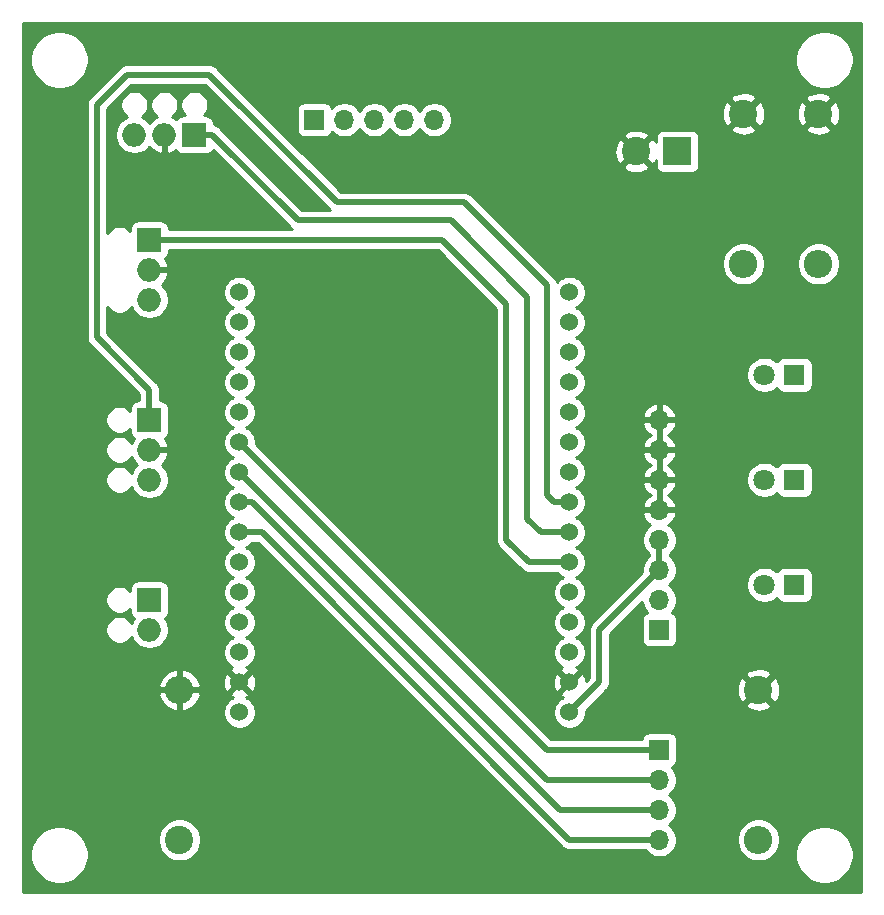
<source format=gbr>
G04 #@! TF.GenerationSoftware,KiCad,Pcbnew,(5.1.5)-3*
G04 #@! TF.CreationDate,2021-07-04T23:47:11+02:00*
G04 #@! TF.ProjectId,RGB_Treppe,5247425f-5472-4657-9070-652e6b696361,rev?*
G04 #@! TF.SameCoordinates,Original*
G04 #@! TF.FileFunction,Copper,L2,Bot*
G04 #@! TF.FilePolarity,Positive*
%FSLAX46Y46*%
G04 Gerber Fmt 4.6, Leading zero omitted, Abs format (unit mm)*
G04 Created by KiCad (PCBNEW (5.1.5)-3) date 2021-07-04 23:47:11*
%MOMM*%
%LPD*%
G04 APERTURE LIST*
%ADD10C,1.800000*%
%ADD11R,1.800000X1.800000*%
%ADD12O,1.998980X1.998980*%
%ADD13R,1.998980X1.998980*%
%ADD14O,1.700000X1.700000*%
%ADD15R,1.700000X1.700000*%
%ADD16R,2.400000X2.400000*%
%ADD17C,2.400000*%
%ADD18O,2.400000X2.400000*%
%ADD19C,1.524000*%
%ADD20C,0.500000*%
%ADD21C,0.254000*%
G04 APERTURE END LIST*
D10*
X185420000Y-81280000D03*
D11*
X187960000Y-81280000D03*
X187960000Y-90170000D03*
D10*
X185420000Y-90170000D03*
X185420000Y-99060000D03*
D11*
X187960000Y-99060000D03*
D12*
X134620000Y-60960000D03*
D13*
X137160000Y-60960000D03*
D12*
X132080000Y-60960000D03*
X133350000Y-74930000D03*
D13*
X133350000Y-69850000D03*
D12*
X133350000Y-72390000D03*
X133350000Y-87630000D03*
D13*
X133350000Y-85090000D03*
D12*
X133350000Y-90170000D03*
D13*
X133350000Y-100330000D03*
D12*
X133350000Y-102870000D03*
D14*
X176530000Y-120650000D03*
X176530000Y-118110000D03*
X176530000Y-115570000D03*
D15*
X176530000Y-113030000D03*
D16*
X178054000Y-62357000D03*
D17*
X174554000Y-62357000D03*
D14*
X176530000Y-85090000D03*
X176530000Y-87630000D03*
X176530000Y-90170000D03*
X176530000Y-92710000D03*
X176530000Y-95250000D03*
X176530000Y-97790000D03*
X176530000Y-100330000D03*
D15*
X176530000Y-102870000D03*
D18*
X135890000Y-107950000D03*
D17*
X135890000Y-120650000D03*
X189992000Y-59182000D03*
D18*
X189992000Y-71882000D03*
D19*
X140970000Y-74295000D03*
X140970000Y-76835000D03*
X140970000Y-79375000D03*
X140970000Y-81915000D03*
X140970000Y-84455000D03*
X140970000Y-86995000D03*
X140970000Y-89535000D03*
X140970000Y-92075000D03*
X140970000Y-94615000D03*
X140970000Y-97155000D03*
X140970000Y-99695000D03*
X140970000Y-102235000D03*
X140970000Y-104775000D03*
X140970000Y-107315000D03*
X140970000Y-109855000D03*
X168910000Y-109855000D03*
X168910000Y-107315000D03*
X168910000Y-104775000D03*
X168910000Y-102235000D03*
X168910000Y-99695000D03*
X168910000Y-97155000D03*
X168910000Y-94615000D03*
X168910000Y-92075000D03*
X168910000Y-89535000D03*
X168910000Y-86995000D03*
X168910000Y-84455000D03*
X168910000Y-81915000D03*
X168910000Y-79375000D03*
X168910000Y-76835000D03*
X168910000Y-74295000D03*
D14*
X157480000Y-59690000D03*
X154940000Y-59690000D03*
X152400000Y-59690000D03*
X149860000Y-59690000D03*
D15*
X147320000Y-59690000D03*
D17*
X183642000Y-59182000D03*
D18*
X183642000Y-71882000D03*
X184912000Y-120650000D03*
D17*
X184912000Y-107950000D03*
D20*
X140970000Y-94615000D02*
X142875000Y-94615000D01*
X168910000Y-120650000D02*
X176530000Y-120650000D01*
X142875000Y-94615000D02*
X168910000Y-120650000D01*
X175327919Y-118110000D02*
X176530000Y-118110000D01*
X168082630Y-118110000D02*
X175327919Y-118110000D01*
X142047630Y-92075000D02*
X168082630Y-118110000D01*
X140970000Y-92075000D02*
X142047630Y-92075000D01*
X167005000Y-115570000D02*
X140970000Y-89535000D01*
X176530000Y-115570000D02*
X167005000Y-115570000D01*
X167005000Y-113030000D02*
X140970000Y-86995000D01*
X176530000Y-113030000D02*
X167005000Y-113030000D01*
X168910000Y-109855000D02*
X171450000Y-107315000D01*
X171450000Y-102870000D02*
X176530000Y-97790000D01*
X171450000Y-107315000D02*
X171450000Y-102870000D01*
X176530000Y-97790000D02*
X176530000Y-95250000D01*
X138659490Y-60960000D02*
X145898490Y-68199000D01*
X137160000Y-60960000D02*
X138659490Y-60960000D01*
X145898490Y-68199000D02*
X158877000Y-68199000D01*
X158877000Y-68199000D02*
X165354000Y-74676000D01*
X165354000Y-74676000D02*
X165354000Y-93472000D01*
X166497000Y-94615000D02*
X168910000Y-94615000D01*
X165354000Y-93472000D02*
X166497000Y-94615000D01*
X163576000Y-95250000D02*
X165481000Y-97155000D01*
X165481000Y-97155000D02*
X168910000Y-97155000D01*
X163576000Y-75311000D02*
X163576000Y-95250000D01*
X133350000Y-69850000D02*
X158115000Y-69850000D01*
X158115000Y-69850000D02*
X163576000Y-75311000D01*
X133350000Y-82550000D02*
X133350000Y-85090000D01*
X131445000Y-55880000D02*
X128905000Y-58420000D01*
X128905000Y-58420000D02*
X128905000Y-78105000D01*
X138430000Y-55880000D02*
X131445000Y-55880000D01*
X149225000Y-66675000D02*
X138430000Y-55880000D01*
X167640000Y-92075000D02*
X167005000Y-91440000D01*
X128905000Y-78105000D02*
X133350000Y-82550000D01*
X167005000Y-73660000D02*
X160020000Y-66675000D01*
X168910000Y-92075000D02*
X167640000Y-92075000D01*
X167005000Y-91440000D02*
X167005000Y-73660000D01*
X160020000Y-66675000D02*
X149225000Y-66675000D01*
D21*
G36*
X193625001Y-125045000D02*
G01*
X122605000Y-125045000D01*
X122605000Y-121677305D01*
X123265872Y-121677305D01*
X123265872Y-122162695D01*
X123360567Y-122638760D01*
X123546318Y-123087202D01*
X123815987Y-123490790D01*
X124159210Y-123834013D01*
X124562798Y-124103682D01*
X125011240Y-124289433D01*
X125487305Y-124384128D01*
X125972695Y-124384128D01*
X126448760Y-124289433D01*
X126897202Y-124103682D01*
X127300790Y-123834013D01*
X127644013Y-123490790D01*
X127913682Y-123087202D01*
X128099433Y-122638760D01*
X128194128Y-122162695D01*
X128194128Y-121677305D01*
X128099433Y-121201240D01*
X127913682Y-120752798D01*
X127724234Y-120469268D01*
X134055000Y-120469268D01*
X134055000Y-120830732D01*
X134125518Y-121185250D01*
X134263844Y-121519199D01*
X134464662Y-121819744D01*
X134720256Y-122075338D01*
X135020801Y-122276156D01*
X135354750Y-122414482D01*
X135709268Y-122485000D01*
X136070732Y-122485000D01*
X136425250Y-122414482D01*
X136759199Y-122276156D01*
X137059744Y-122075338D01*
X137315338Y-121819744D01*
X137516156Y-121519199D01*
X137654482Y-121185250D01*
X137725000Y-120830732D01*
X137725000Y-120469268D01*
X137654482Y-120114750D01*
X137516156Y-119780801D01*
X137315338Y-119480256D01*
X137059744Y-119224662D01*
X136759199Y-119023844D01*
X136425250Y-118885518D01*
X136070732Y-118815000D01*
X135709268Y-118815000D01*
X135354750Y-118885518D01*
X135020801Y-119023844D01*
X134720256Y-119224662D01*
X134464662Y-119480256D01*
X134263844Y-119780801D01*
X134125518Y-120114750D01*
X134055000Y-120469268D01*
X127724234Y-120469268D01*
X127644013Y-120349210D01*
X127300790Y-120005987D01*
X126897202Y-119736318D01*
X126448760Y-119550567D01*
X125972695Y-119455872D01*
X125487305Y-119455872D01*
X125011240Y-119550567D01*
X124562798Y-119736318D01*
X124159210Y-120005987D01*
X123815987Y-120349210D01*
X123546318Y-120752798D01*
X123360567Y-121201240D01*
X123265872Y-121677305D01*
X122605000Y-121677305D01*
X122605000Y-108361806D01*
X134101801Y-108361806D01*
X134216500Y-108702754D01*
X134395511Y-109014774D01*
X134631954Y-109285875D01*
X134916743Y-109505639D01*
X135238934Y-109665621D01*
X135478195Y-109738195D01*
X135763000Y-109621432D01*
X135763000Y-108077000D01*
X136017000Y-108077000D01*
X136017000Y-109621432D01*
X136301805Y-109738195D01*
X136370335Y-109717408D01*
X139573000Y-109717408D01*
X139573000Y-109992592D01*
X139626686Y-110262490D01*
X139731995Y-110516727D01*
X139884880Y-110745535D01*
X140079465Y-110940120D01*
X140308273Y-111093005D01*
X140562510Y-111198314D01*
X140832408Y-111252000D01*
X141107592Y-111252000D01*
X141377490Y-111198314D01*
X141631727Y-111093005D01*
X141860535Y-110940120D01*
X142055120Y-110745535D01*
X142208005Y-110516727D01*
X142313314Y-110262490D01*
X142367000Y-109992592D01*
X142367000Y-109717408D01*
X142313314Y-109447510D01*
X142208005Y-109193273D01*
X142055120Y-108964465D01*
X141860535Y-108769880D01*
X141631727Y-108616995D01*
X141560057Y-108587308D01*
X141573023Y-108582636D01*
X141688980Y-108520656D01*
X141755960Y-108280565D01*
X140970000Y-107494605D01*
X140184040Y-108280565D01*
X140251020Y-108520656D01*
X140386760Y-108584485D01*
X140308273Y-108616995D01*
X140079465Y-108769880D01*
X139884880Y-108964465D01*
X139731995Y-109193273D01*
X139626686Y-109447510D01*
X139573000Y-109717408D01*
X136370335Y-109717408D01*
X136541066Y-109665621D01*
X136863257Y-109505639D01*
X137148046Y-109285875D01*
X137384489Y-109014774D01*
X137563500Y-108702754D01*
X137678199Y-108361806D01*
X137561854Y-108077000D01*
X136017000Y-108077000D01*
X135763000Y-108077000D01*
X134218146Y-108077000D01*
X134101801Y-108361806D01*
X122605000Y-108361806D01*
X122605000Y-107538194D01*
X134101801Y-107538194D01*
X134218146Y-107823000D01*
X135763000Y-107823000D01*
X135763000Y-106278568D01*
X136017000Y-106278568D01*
X136017000Y-107823000D01*
X137561854Y-107823000D01*
X137678199Y-107538194D01*
X137627342Y-107387017D01*
X139568090Y-107387017D01*
X139609078Y-107659133D01*
X139702364Y-107918023D01*
X139764344Y-108033980D01*
X140004435Y-108100960D01*
X140790395Y-107315000D01*
X141149605Y-107315000D01*
X141935565Y-108100960D01*
X142175656Y-108033980D01*
X142292756Y-107784952D01*
X142359023Y-107517865D01*
X142371910Y-107242983D01*
X142330922Y-106970867D01*
X142237636Y-106711977D01*
X142175656Y-106596020D01*
X141935565Y-106529040D01*
X141149605Y-107315000D01*
X140790395Y-107315000D01*
X140004435Y-106529040D01*
X139764344Y-106596020D01*
X139647244Y-106845048D01*
X139580977Y-107112135D01*
X139568090Y-107387017D01*
X137627342Y-107387017D01*
X137563500Y-107197246D01*
X137384489Y-106885226D01*
X137148046Y-106614125D01*
X136863257Y-106394361D01*
X136541066Y-106234379D01*
X136301805Y-106161805D01*
X136017000Y-106278568D01*
X135763000Y-106278568D01*
X135478195Y-106161805D01*
X135238934Y-106234379D01*
X134916743Y-106394361D01*
X134631954Y-106614125D01*
X134395511Y-106885226D01*
X134216500Y-107197246D01*
X134101801Y-107538194D01*
X122605000Y-107538194D01*
X122605000Y-100213288D01*
X129625000Y-100213288D01*
X129625000Y-100446712D01*
X129670539Y-100675652D01*
X129759866Y-100891308D01*
X129889550Y-101085394D01*
X130054606Y-101250450D01*
X130248692Y-101380134D01*
X130464348Y-101469461D01*
X130693288Y-101515000D01*
X130926712Y-101515000D01*
X131155652Y-101469461D01*
X131371308Y-101380134D01*
X131565394Y-101250450D01*
X131712438Y-101103406D01*
X131712438Y-101329490D01*
X131724698Y-101453972D01*
X131761008Y-101573670D01*
X131819973Y-101683984D01*
X131899325Y-101780675D01*
X131996016Y-101860027D01*
X132042467Y-101884856D01*
X131901533Y-102095778D01*
X131831248Y-102265461D01*
X131730450Y-102114606D01*
X131565394Y-101949550D01*
X131371308Y-101819866D01*
X131155652Y-101730539D01*
X130926712Y-101685000D01*
X130693288Y-101685000D01*
X130464348Y-101730539D01*
X130248692Y-101819866D01*
X130054606Y-101949550D01*
X129889550Y-102114606D01*
X129759866Y-102308692D01*
X129670539Y-102524348D01*
X129625000Y-102753288D01*
X129625000Y-102986712D01*
X129670539Y-103215652D01*
X129759866Y-103431308D01*
X129889550Y-103625394D01*
X130054606Y-103790450D01*
X130248692Y-103920134D01*
X130464348Y-104009461D01*
X130693288Y-104055000D01*
X130926712Y-104055000D01*
X131155652Y-104009461D01*
X131371308Y-103920134D01*
X131565394Y-103790450D01*
X131730450Y-103625394D01*
X131831248Y-103474539D01*
X131901533Y-103644222D01*
X132080408Y-103911927D01*
X132308073Y-104139592D01*
X132575778Y-104318467D01*
X132873237Y-104441678D01*
X133189017Y-104504490D01*
X133510983Y-104504490D01*
X133826763Y-104441678D01*
X134124222Y-104318467D01*
X134391927Y-104139592D01*
X134619592Y-103911927D01*
X134798467Y-103644222D01*
X134921678Y-103346763D01*
X134984490Y-103030983D01*
X134984490Y-102709017D01*
X134921678Y-102393237D01*
X134798467Y-102095778D01*
X134657533Y-101884856D01*
X134703984Y-101860027D01*
X134800675Y-101780675D01*
X134880027Y-101683984D01*
X134938992Y-101573670D01*
X134975302Y-101453972D01*
X134987562Y-101329490D01*
X134987562Y-99330510D01*
X134975302Y-99206028D01*
X134938992Y-99086330D01*
X134880027Y-98976016D01*
X134800675Y-98879325D01*
X134703984Y-98799973D01*
X134593670Y-98741008D01*
X134473972Y-98704698D01*
X134349490Y-98692438D01*
X132350510Y-98692438D01*
X132226028Y-98704698D01*
X132106330Y-98741008D01*
X131996016Y-98799973D01*
X131899325Y-98879325D01*
X131819973Y-98976016D01*
X131761008Y-99086330D01*
X131724698Y-99206028D01*
X131712438Y-99330510D01*
X131712438Y-99556594D01*
X131565394Y-99409550D01*
X131371308Y-99279866D01*
X131155652Y-99190539D01*
X130926712Y-99145000D01*
X130693288Y-99145000D01*
X130464348Y-99190539D01*
X130248692Y-99279866D01*
X130054606Y-99409550D01*
X129889550Y-99574606D01*
X129759866Y-99768692D01*
X129670539Y-99984348D01*
X129625000Y-100213288D01*
X122605000Y-100213288D01*
X122605000Y-58420000D01*
X128015719Y-58420000D01*
X128020000Y-58463469D01*
X128020001Y-78061521D01*
X128015719Y-78105000D01*
X128032805Y-78278490D01*
X128083412Y-78445313D01*
X128165590Y-78599059D01*
X128248468Y-78700046D01*
X128248471Y-78700049D01*
X128276184Y-78733817D01*
X128309951Y-78761530D01*
X132465000Y-82916579D01*
X132465000Y-83452438D01*
X132350510Y-83452438D01*
X132226028Y-83464698D01*
X132106330Y-83501008D01*
X131996016Y-83559973D01*
X131899325Y-83639325D01*
X131819973Y-83736016D01*
X131761008Y-83846330D01*
X131724698Y-83966028D01*
X131712438Y-84090510D01*
X131712438Y-84316594D01*
X131565394Y-84169550D01*
X131371308Y-84039866D01*
X131155652Y-83950539D01*
X130926712Y-83905000D01*
X130693288Y-83905000D01*
X130464348Y-83950539D01*
X130248692Y-84039866D01*
X130054606Y-84169550D01*
X129889550Y-84334606D01*
X129759866Y-84528692D01*
X129670539Y-84744348D01*
X129625000Y-84973288D01*
X129625000Y-85206712D01*
X129670539Y-85435652D01*
X129759866Y-85651308D01*
X129889550Y-85845394D01*
X130054606Y-86010450D01*
X130248692Y-86140134D01*
X130464348Y-86229461D01*
X130693288Y-86275000D01*
X130926712Y-86275000D01*
X131155652Y-86229461D01*
X131371308Y-86140134D01*
X131565394Y-86010450D01*
X131712438Y-85863406D01*
X131712438Y-86089490D01*
X131724698Y-86213972D01*
X131761008Y-86333670D01*
X131819973Y-86443984D01*
X131899325Y-86540675D01*
X131996016Y-86620027D01*
X132047230Y-86647402D01*
X132026936Y-86670275D01*
X131865125Y-86946833D01*
X131835648Y-87032046D01*
X131730450Y-86874606D01*
X131565394Y-86709550D01*
X131371308Y-86579866D01*
X131155652Y-86490539D01*
X130926712Y-86445000D01*
X130693288Y-86445000D01*
X130464348Y-86490539D01*
X130248692Y-86579866D01*
X130054606Y-86709550D01*
X129889550Y-86874606D01*
X129759866Y-87068692D01*
X129670539Y-87284348D01*
X129625000Y-87513288D01*
X129625000Y-87746712D01*
X129670539Y-87975652D01*
X129759866Y-88191308D01*
X129889550Y-88385394D01*
X130054606Y-88550450D01*
X130248692Y-88680134D01*
X130464348Y-88769461D01*
X130693288Y-88815000D01*
X130926712Y-88815000D01*
X131155652Y-88769461D01*
X131371308Y-88680134D01*
X131565394Y-88550450D01*
X131730450Y-88385394D01*
X131835648Y-88227954D01*
X131865125Y-88313167D01*
X132026936Y-88589725D01*
X132239591Y-88829401D01*
X132321454Y-88891467D01*
X132308073Y-88900408D01*
X132080408Y-89128073D01*
X131901533Y-89395778D01*
X131831248Y-89565461D01*
X131730450Y-89414606D01*
X131565394Y-89249550D01*
X131371308Y-89119866D01*
X131155652Y-89030539D01*
X130926712Y-88985000D01*
X130693288Y-88985000D01*
X130464348Y-89030539D01*
X130248692Y-89119866D01*
X130054606Y-89249550D01*
X129889550Y-89414606D01*
X129759866Y-89608692D01*
X129670539Y-89824348D01*
X129625000Y-90053288D01*
X129625000Y-90286712D01*
X129670539Y-90515652D01*
X129759866Y-90731308D01*
X129889550Y-90925394D01*
X130054606Y-91090450D01*
X130248692Y-91220134D01*
X130464348Y-91309461D01*
X130693288Y-91355000D01*
X130926712Y-91355000D01*
X131155652Y-91309461D01*
X131371308Y-91220134D01*
X131565394Y-91090450D01*
X131730450Y-90925394D01*
X131831248Y-90774539D01*
X131901533Y-90944222D01*
X132080408Y-91211927D01*
X132308073Y-91439592D01*
X132575778Y-91618467D01*
X132873237Y-91741678D01*
X133189017Y-91804490D01*
X133510983Y-91804490D01*
X133826763Y-91741678D01*
X134124222Y-91618467D01*
X134391927Y-91439592D01*
X134619592Y-91211927D01*
X134798467Y-90944222D01*
X134921678Y-90646763D01*
X134984490Y-90330983D01*
X134984490Y-90009017D01*
X134921678Y-89693237D01*
X134798467Y-89395778D01*
X134619592Y-89128073D01*
X134391927Y-88900408D01*
X134378546Y-88891467D01*
X134460409Y-88829401D01*
X134673064Y-88589725D01*
X134834875Y-88313167D01*
X134939623Y-88010355D01*
X134820803Y-87757000D01*
X133477000Y-87757000D01*
X133477000Y-87777000D01*
X133223000Y-87777000D01*
X133223000Y-87757000D01*
X133203000Y-87757000D01*
X133203000Y-87503000D01*
X133223000Y-87503000D01*
X133223000Y-87483000D01*
X133477000Y-87483000D01*
X133477000Y-87503000D01*
X134820803Y-87503000D01*
X134939623Y-87249645D01*
X134834875Y-86946833D01*
X134673064Y-86670275D01*
X134652770Y-86647402D01*
X134703984Y-86620027D01*
X134800675Y-86540675D01*
X134880027Y-86443984D01*
X134938992Y-86333670D01*
X134975302Y-86213972D01*
X134987562Y-86089490D01*
X134987562Y-84090510D01*
X134975302Y-83966028D01*
X134938992Y-83846330D01*
X134880027Y-83736016D01*
X134800675Y-83639325D01*
X134703984Y-83559973D01*
X134593670Y-83501008D01*
X134473972Y-83464698D01*
X134349490Y-83452438D01*
X134235000Y-83452438D01*
X134235000Y-82593465D01*
X134239281Y-82549999D01*
X134235000Y-82506533D01*
X134235000Y-82506523D01*
X134222195Y-82376510D01*
X134171589Y-82209687D01*
X134089411Y-82055941D01*
X133978817Y-81921183D01*
X133945050Y-81893472D01*
X129790000Y-77738422D01*
X129790000Y-75536407D01*
X129889550Y-75685394D01*
X130054606Y-75850450D01*
X130248692Y-75980134D01*
X130464348Y-76069461D01*
X130693288Y-76115000D01*
X130926712Y-76115000D01*
X131155652Y-76069461D01*
X131371308Y-75980134D01*
X131565394Y-75850450D01*
X131730450Y-75685394D01*
X131831248Y-75534539D01*
X131901533Y-75704222D01*
X132080408Y-75971927D01*
X132308073Y-76199592D01*
X132575778Y-76378467D01*
X132873237Y-76501678D01*
X133189017Y-76564490D01*
X133510983Y-76564490D01*
X133826763Y-76501678D01*
X134124222Y-76378467D01*
X134391927Y-76199592D01*
X134619592Y-75971927D01*
X134798467Y-75704222D01*
X134921678Y-75406763D01*
X134984490Y-75090983D01*
X134984490Y-74769017D01*
X134921678Y-74453237D01*
X134799143Y-74157408D01*
X139573000Y-74157408D01*
X139573000Y-74432592D01*
X139626686Y-74702490D01*
X139731995Y-74956727D01*
X139884880Y-75185535D01*
X140079465Y-75380120D01*
X140308273Y-75533005D01*
X140385515Y-75565000D01*
X140308273Y-75596995D01*
X140079465Y-75749880D01*
X139884880Y-75944465D01*
X139731995Y-76173273D01*
X139626686Y-76427510D01*
X139573000Y-76697408D01*
X139573000Y-76972592D01*
X139626686Y-77242490D01*
X139731995Y-77496727D01*
X139884880Y-77725535D01*
X140079465Y-77920120D01*
X140308273Y-78073005D01*
X140385515Y-78105000D01*
X140308273Y-78136995D01*
X140079465Y-78289880D01*
X139884880Y-78484465D01*
X139731995Y-78713273D01*
X139626686Y-78967510D01*
X139573000Y-79237408D01*
X139573000Y-79512592D01*
X139626686Y-79782490D01*
X139731995Y-80036727D01*
X139884880Y-80265535D01*
X140079465Y-80460120D01*
X140308273Y-80613005D01*
X140385515Y-80645000D01*
X140308273Y-80676995D01*
X140079465Y-80829880D01*
X139884880Y-81024465D01*
X139731995Y-81253273D01*
X139626686Y-81507510D01*
X139573000Y-81777408D01*
X139573000Y-82052592D01*
X139626686Y-82322490D01*
X139731995Y-82576727D01*
X139884880Y-82805535D01*
X140079465Y-83000120D01*
X140308273Y-83153005D01*
X140385515Y-83185000D01*
X140308273Y-83216995D01*
X140079465Y-83369880D01*
X139884880Y-83564465D01*
X139731995Y-83793273D01*
X139626686Y-84047510D01*
X139573000Y-84317408D01*
X139573000Y-84592592D01*
X139626686Y-84862490D01*
X139731995Y-85116727D01*
X139884880Y-85345535D01*
X140079465Y-85540120D01*
X140308273Y-85693005D01*
X140385515Y-85725000D01*
X140308273Y-85756995D01*
X140079465Y-85909880D01*
X139884880Y-86104465D01*
X139731995Y-86333273D01*
X139626686Y-86587510D01*
X139573000Y-86857408D01*
X139573000Y-87132592D01*
X139626686Y-87402490D01*
X139731995Y-87656727D01*
X139884880Y-87885535D01*
X140079465Y-88080120D01*
X140308273Y-88233005D01*
X140385515Y-88265000D01*
X140308273Y-88296995D01*
X140079465Y-88449880D01*
X139884880Y-88644465D01*
X139731995Y-88873273D01*
X139626686Y-89127510D01*
X139573000Y-89397408D01*
X139573000Y-89672592D01*
X139626686Y-89942490D01*
X139731995Y-90196727D01*
X139884880Y-90425535D01*
X140079465Y-90620120D01*
X140308273Y-90773005D01*
X140385515Y-90805000D01*
X140308273Y-90836995D01*
X140079465Y-90989880D01*
X139884880Y-91184465D01*
X139731995Y-91413273D01*
X139626686Y-91667510D01*
X139573000Y-91937408D01*
X139573000Y-92212592D01*
X139626686Y-92482490D01*
X139731995Y-92736727D01*
X139884880Y-92965535D01*
X140079465Y-93160120D01*
X140308273Y-93313005D01*
X140385515Y-93345000D01*
X140308273Y-93376995D01*
X140079465Y-93529880D01*
X139884880Y-93724465D01*
X139731995Y-93953273D01*
X139626686Y-94207510D01*
X139573000Y-94477408D01*
X139573000Y-94752592D01*
X139626686Y-95022490D01*
X139731995Y-95276727D01*
X139884880Y-95505535D01*
X140079465Y-95700120D01*
X140308273Y-95853005D01*
X140385515Y-95885000D01*
X140308273Y-95916995D01*
X140079465Y-96069880D01*
X139884880Y-96264465D01*
X139731995Y-96493273D01*
X139626686Y-96747510D01*
X139573000Y-97017408D01*
X139573000Y-97292592D01*
X139626686Y-97562490D01*
X139731995Y-97816727D01*
X139884880Y-98045535D01*
X140079465Y-98240120D01*
X140308273Y-98393005D01*
X140385515Y-98425000D01*
X140308273Y-98456995D01*
X140079465Y-98609880D01*
X139884880Y-98804465D01*
X139731995Y-99033273D01*
X139626686Y-99287510D01*
X139573000Y-99557408D01*
X139573000Y-99832592D01*
X139626686Y-100102490D01*
X139731995Y-100356727D01*
X139884880Y-100585535D01*
X140079465Y-100780120D01*
X140308273Y-100933005D01*
X140385515Y-100965000D01*
X140308273Y-100996995D01*
X140079465Y-101149880D01*
X139884880Y-101344465D01*
X139731995Y-101573273D01*
X139626686Y-101827510D01*
X139573000Y-102097408D01*
X139573000Y-102372592D01*
X139626686Y-102642490D01*
X139731995Y-102896727D01*
X139884880Y-103125535D01*
X140079465Y-103320120D01*
X140308273Y-103473005D01*
X140385515Y-103505000D01*
X140308273Y-103536995D01*
X140079465Y-103689880D01*
X139884880Y-103884465D01*
X139731995Y-104113273D01*
X139626686Y-104367510D01*
X139573000Y-104637408D01*
X139573000Y-104912592D01*
X139626686Y-105182490D01*
X139731995Y-105436727D01*
X139884880Y-105665535D01*
X140079465Y-105860120D01*
X140308273Y-106013005D01*
X140379943Y-106042692D01*
X140366977Y-106047364D01*
X140251020Y-106109344D01*
X140184040Y-106349435D01*
X140970000Y-107135395D01*
X141755960Y-106349435D01*
X141688980Y-106109344D01*
X141553240Y-106045515D01*
X141631727Y-106013005D01*
X141860535Y-105860120D01*
X142055120Y-105665535D01*
X142208005Y-105436727D01*
X142313314Y-105182490D01*
X142367000Y-104912592D01*
X142367000Y-104637408D01*
X142313314Y-104367510D01*
X142208005Y-104113273D01*
X142055120Y-103884465D01*
X141860535Y-103689880D01*
X141631727Y-103536995D01*
X141554485Y-103505000D01*
X141631727Y-103473005D01*
X141860535Y-103320120D01*
X142055120Y-103125535D01*
X142208005Y-102896727D01*
X142313314Y-102642490D01*
X142367000Y-102372592D01*
X142367000Y-102097408D01*
X142313314Y-101827510D01*
X142208005Y-101573273D01*
X142055120Y-101344465D01*
X141860535Y-101149880D01*
X141631727Y-100996995D01*
X141554485Y-100965000D01*
X141631727Y-100933005D01*
X141860535Y-100780120D01*
X142055120Y-100585535D01*
X142208005Y-100356727D01*
X142313314Y-100102490D01*
X142367000Y-99832592D01*
X142367000Y-99557408D01*
X142313314Y-99287510D01*
X142208005Y-99033273D01*
X142055120Y-98804465D01*
X141860535Y-98609880D01*
X141631727Y-98456995D01*
X141554485Y-98425000D01*
X141631727Y-98393005D01*
X141860535Y-98240120D01*
X142055120Y-98045535D01*
X142208005Y-97816727D01*
X142313314Y-97562490D01*
X142367000Y-97292592D01*
X142367000Y-97017408D01*
X142313314Y-96747510D01*
X142208005Y-96493273D01*
X142055120Y-96264465D01*
X141860535Y-96069880D01*
X141631727Y-95916995D01*
X141554485Y-95885000D01*
X141631727Y-95853005D01*
X141860535Y-95700120D01*
X142055120Y-95505535D01*
X142058818Y-95500000D01*
X142508422Y-95500000D01*
X168253470Y-121245049D01*
X168281183Y-121278817D01*
X168314951Y-121306530D01*
X168314953Y-121306532D01*
X168372075Y-121353411D01*
X168415941Y-121389411D01*
X168569687Y-121471589D01*
X168736510Y-121522195D01*
X168866523Y-121535000D01*
X168866533Y-121535000D01*
X168909999Y-121539281D01*
X168953465Y-121535000D01*
X175335344Y-121535000D01*
X175376525Y-121596632D01*
X175583368Y-121803475D01*
X175826589Y-121965990D01*
X176096842Y-122077932D01*
X176383740Y-122135000D01*
X176676260Y-122135000D01*
X176963158Y-122077932D01*
X177233411Y-121965990D01*
X177476632Y-121803475D01*
X177683475Y-121596632D01*
X177845990Y-121353411D01*
X177957932Y-121083158D01*
X178015000Y-120796260D01*
X178015000Y-120503740D01*
X178008144Y-120469268D01*
X183077000Y-120469268D01*
X183077000Y-120830732D01*
X183147518Y-121185250D01*
X183285844Y-121519199D01*
X183486662Y-121819744D01*
X183742256Y-122075338D01*
X184042801Y-122276156D01*
X184376750Y-122414482D01*
X184731268Y-122485000D01*
X185092732Y-122485000D01*
X185447250Y-122414482D01*
X185781199Y-122276156D01*
X186081744Y-122075338D01*
X186337338Y-121819744D01*
X186432512Y-121677305D01*
X188035872Y-121677305D01*
X188035872Y-122162695D01*
X188130567Y-122638760D01*
X188316318Y-123087202D01*
X188585987Y-123490790D01*
X188929210Y-123834013D01*
X189332798Y-124103682D01*
X189781240Y-124289433D01*
X190257305Y-124384128D01*
X190742695Y-124384128D01*
X191218760Y-124289433D01*
X191667202Y-124103682D01*
X192070790Y-123834013D01*
X192414013Y-123490790D01*
X192683682Y-123087202D01*
X192869433Y-122638760D01*
X192964128Y-122162695D01*
X192964128Y-121677305D01*
X192869433Y-121201240D01*
X192683682Y-120752798D01*
X192414013Y-120349210D01*
X192070790Y-120005987D01*
X191667202Y-119736318D01*
X191218760Y-119550567D01*
X190742695Y-119455872D01*
X190257305Y-119455872D01*
X189781240Y-119550567D01*
X189332798Y-119736318D01*
X188929210Y-120005987D01*
X188585987Y-120349210D01*
X188316318Y-120752798D01*
X188130567Y-121201240D01*
X188035872Y-121677305D01*
X186432512Y-121677305D01*
X186538156Y-121519199D01*
X186676482Y-121185250D01*
X186747000Y-120830732D01*
X186747000Y-120469268D01*
X186676482Y-120114750D01*
X186538156Y-119780801D01*
X186337338Y-119480256D01*
X186081744Y-119224662D01*
X185781199Y-119023844D01*
X185447250Y-118885518D01*
X185092732Y-118815000D01*
X184731268Y-118815000D01*
X184376750Y-118885518D01*
X184042801Y-119023844D01*
X183742256Y-119224662D01*
X183486662Y-119480256D01*
X183285844Y-119780801D01*
X183147518Y-120114750D01*
X183077000Y-120469268D01*
X178008144Y-120469268D01*
X177957932Y-120216842D01*
X177845990Y-119946589D01*
X177683475Y-119703368D01*
X177476632Y-119496525D01*
X177302240Y-119380000D01*
X177476632Y-119263475D01*
X177683475Y-119056632D01*
X177845990Y-118813411D01*
X177957932Y-118543158D01*
X178015000Y-118256260D01*
X178015000Y-117963740D01*
X177957932Y-117676842D01*
X177845990Y-117406589D01*
X177683475Y-117163368D01*
X177476632Y-116956525D01*
X177302240Y-116840000D01*
X177476632Y-116723475D01*
X177683475Y-116516632D01*
X177845990Y-116273411D01*
X177957932Y-116003158D01*
X178015000Y-115716260D01*
X178015000Y-115423740D01*
X177957932Y-115136842D01*
X177845990Y-114866589D01*
X177683475Y-114623368D01*
X177551620Y-114491513D01*
X177624180Y-114469502D01*
X177734494Y-114410537D01*
X177831185Y-114331185D01*
X177910537Y-114234494D01*
X177969502Y-114124180D01*
X178005812Y-114004482D01*
X178018072Y-113880000D01*
X178018072Y-112180000D01*
X178005812Y-112055518D01*
X177969502Y-111935820D01*
X177910537Y-111825506D01*
X177831185Y-111728815D01*
X177734494Y-111649463D01*
X177624180Y-111590498D01*
X177504482Y-111554188D01*
X177380000Y-111541928D01*
X175680000Y-111541928D01*
X175555518Y-111554188D01*
X175435820Y-111590498D01*
X175325506Y-111649463D01*
X175228815Y-111728815D01*
X175149463Y-111825506D01*
X175090498Y-111935820D01*
X175054188Y-112055518D01*
X175045375Y-112145000D01*
X167371579Y-112145000D01*
X164943987Y-109717408D01*
X167513000Y-109717408D01*
X167513000Y-109992592D01*
X167566686Y-110262490D01*
X167671995Y-110516727D01*
X167824880Y-110745535D01*
X168019465Y-110940120D01*
X168248273Y-111093005D01*
X168502510Y-111198314D01*
X168772408Y-111252000D01*
X169047592Y-111252000D01*
X169317490Y-111198314D01*
X169571727Y-111093005D01*
X169800535Y-110940120D01*
X169995120Y-110745535D01*
X170148005Y-110516727D01*
X170253314Y-110262490D01*
X170307000Y-109992592D01*
X170307000Y-109717408D01*
X170305701Y-109710877D01*
X170788598Y-109227980D01*
X183813626Y-109227980D01*
X183933514Y-109512836D01*
X184257210Y-109673699D01*
X184606069Y-109768322D01*
X184966684Y-109793067D01*
X185325198Y-109746985D01*
X185667833Y-109631846D01*
X185890486Y-109512836D01*
X186010374Y-109227980D01*
X184912000Y-108129605D01*
X183813626Y-109227980D01*
X170788598Y-109227980D01*
X172011894Y-108004684D01*
X183068933Y-108004684D01*
X183115015Y-108363198D01*
X183230154Y-108705833D01*
X183349164Y-108928486D01*
X183634020Y-109048374D01*
X184732395Y-107950000D01*
X185091605Y-107950000D01*
X186189980Y-109048374D01*
X186474836Y-108928486D01*
X186635699Y-108604790D01*
X186730322Y-108255931D01*
X186755067Y-107895316D01*
X186708985Y-107536802D01*
X186593846Y-107194167D01*
X186474836Y-106971514D01*
X186189980Y-106851626D01*
X185091605Y-107950000D01*
X184732395Y-107950000D01*
X183634020Y-106851626D01*
X183349164Y-106971514D01*
X183188301Y-107295210D01*
X183093678Y-107644069D01*
X183068933Y-108004684D01*
X172011894Y-108004684D01*
X172045050Y-107971529D01*
X172078817Y-107943817D01*
X172189411Y-107809059D01*
X172271589Y-107655313D01*
X172322195Y-107488490D01*
X172335000Y-107358477D01*
X172335000Y-107358467D01*
X172339281Y-107315001D01*
X172335000Y-107271535D01*
X172335000Y-106672020D01*
X183813626Y-106672020D01*
X184912000Y-107770395D01*
X186010374Y-106672020D01*
X185890486Y-106387164D01*
X185566790Y-106226301D01*
X185217931Y-106131678D01*
X184857316Y-106106933D01*
X184498802Y-106153015D01*
X184156167Y-106268154D01*
X183933514Y-106387164D01*
X183813626Y-106672020D01*
X172335000Y-106672020D01*
X172335000Y-103236578D01*
X175053348Y-100518230D01*
X175102068Y-100763158D01*
X175214010Y-101033411D01*
X175376525Y-101276632D01*
X175508380Y-101408487D01*
X175435820Y-101430498D01*
X175325506Y-101489463D01*
X175228815Y-101568815D01*
X175149463Y-101665506D01*
X175090498Y-101775820D01*
X175054188Y-101895518D01*
X175041928Y-102020000D01*
X175041928Y-103720000D01*
X175054188Y-103844482D01*
X175090498Y-103964180D01*
X175149463Y-104074494D01*
X175228815Y-104171185D01*
X175325506Y-104250537D01*
X175435820Y-104309502D01*
X175555518Y-104345812D01*
X175680000Y-104358072D01*
X177380000Y-104358072D01*
X177504482Y-104345812D01*
X177624180Y-104309502D01*
X177734494Y-104250537D01*
X177831185Y-104171185D01*
X177910537Y-104074494D01*
X177969502Y-103964180D01*
X178005812Y-103844482D01*
X178018072Y-103720000D01*
X178018072Y-102020000D01*
X178005812Y-101895518D01*
X177969502Y-101775820D01*
X177910537Y-101665506D01*
X177831185Y-101568815D01*
X177734494Y-101489463D01*
X177624180Y-101430498D01*
X177551620Y-101408487D01*
X177683475Y-101276632D01*
X177845990Y-101033411D01*
X177957932Y-100763158D01*
X178015000Y-100476260D01*
X178015000Y-100183740D01*
X177957932Y-99896842D01*
X177845990Y-99626589D01*
X177683475Y-99383368D01*
X177476632Y-99176525D01*
X177302240Y-99060000D01*
X177476632Y-98943475D01*
X177511291Y-98908816D01*
X183885000Y-98908816D01*
X183885000Y-99211184D01*
X183943989Y-99507743D01*
X184059701Y-99787095D01*
X184227688Y-100038505D01*
X184441495Y-100252312D01*
X184692905Y-100420299D01*
X184972257Y-100536011D01*
X185268816Y-100595000D01*
X185571184Y-100595000D01*
X185867743Y-100536011D01*
X186147095Y-100420299D01*
X186398505Y-100252312D01*
X186464944Y-100185873D01*
X186470498Y-100204180D01*
X186529463Y-100314494D01*
X186608815Y-100411185D01*
X186705506Y-100490537D01*
X186815820Y-100549502D01*
X186935518Y-100585812D01*
X187060000Y-100598072D01*
X188860000Y-100598072D01*
X188984482Y-100585812D01*
X189104180Y-100549502D01*
X189214494Y-100490537D01*
X189311185Y-100411185D01*
X189390537Y-100314494D01*
X189449502Y-100204180D01*
X189485812Y-100084482D01*
X189498072Y-99960000D01*
X189498072Y-98160000D01*
X189485812Y-98035518D01*
X189449502Y-97915820D01*
X189390537Y-97805506D01*
X189311185Y-97708815D01*
X189214494Y-97629463D01*
X189104180Y-97570498D01*
X188984482Y-97534188D01*
X188860000Y-97521928D01*
X187060000Y-97521928D01*
X186935518Y-97534188D01*
X186815820Y-97570498D01*
X186705506Y-97629463D01*
X186608815Y-97708815D01*
X186529463Y-97805506D01*
X186470498Y-97915820D01*
X186464944Y-97934127D01*
X186398505Y-97867688D01*
X186147095Y-97699701D01*
X185867743Y-97583989D01*
X185571184Y-97525000D01*
X185268816Y-97525000D01*
X184972257Y-97583989D01*
X184692905Y-97699701D01*
X184441495Y-97867688D01*
X184227688Y-98081495D01*
X184059701Y-98332905D01*
X183943989Y-98612257D01*
X183885000Y-98908816D01*
X177511291Y-98908816D01*
X177683475Y-98736632D01*
X177845990Y-98493411D01*
X177957932Y-98223158D01*
X178015000Y-97936260D01*
X178015000Y-97643740D01*
X177957932Y-97356842D01*
X177845990Y-97086589D01*
X177683475Y-96843368D01*
X177476632Y-96636525D01*
X177415000Y-96595344D01*
X177415000Y-96444656D01*
X177476632Y-96403475D01*
X177683475Y-96196632D01*
X177845990Y-95953411D01*
X177957932Y-95683158D01*
X178015000Y-95396260D01*
X178015000Y-95103740D01*
X177957932Y-94816842D01*
X177845990Y-94546589D01*
X177683475Y-94303368D01*
X177476632Y-94096525D01*
X177294466Y-93974805D01*
X177411355Y-93905178D01*
X177627588Y-93710269D01*
X177801641Y-93476920D01*
X177926825Y-93214099D01*
X177971476Y-93066890D01*
X177850155Y-92837000D01*
X176657000Y-92837000D01*
X176657000Y-92857000D01*
X176403000Y-92857000D01*
X176403000Y-92837000D01*
X175209845Y-92837000D01*
X175088524Y-93066890D01*
X175133175Y-93214099D01*
X175258359Y-93476920D01*
X175432412Y-93710269D01*
X175648645Y-93905178D01*
X175765534Y-93974805D01*
X175583368Y-94096525D01*
X175376525Y-94303368D01*
X175214010Y-94546589D01*
X175102068Y-94816842D01*
X175045000Y-95103740D01*
X175045000Y-95396260D01*
X175102068Y-95683158D01*
X175214010Y-95953411D01*
X175376525Y-96196632D01*
X175583368Y-96403475D01*
X175645001Y-96444657D01*
X175645000Y-96595344D01*
X175583368Y-96636525D01*
X175376525Y-96843368D01*
X175214010Y-97086589D01*
X175102068Y-97356842D01*
X175045000Y-97643740D01*
X175045000Y-97936260D01*
X175059461Y-98008960D01*
X170854952Y-102213470D01*
X170821184Y-102241183D01*
X170793471Y-102274951D01*
X170793468Y-102274954D01*
X170710590Y-102375941D01*
X170628412Y-102529687D01*
X170577805Y-102696510D01*
X170560719Y-102870000D01*
X170565001Y-102913479D01*
X170565000Y-106948421D01*
X170306481Y-107206940D01*
X170270922Y-106970867D01*
X170177636Y-106711977D01*
X170115656Y-106596020D01*
X169875565Y-106529040D01*
X169089605Y-107315000D01*
X169103748Y-107329143D01*
X168924143Y-107508748D01*
X168910000Y-107494605D01*
X168124040Y-108280565D01*
X168191020Y-108520656D01*
X168326760Y-108584485D01*
X168248273Y-108616995D01*
X168019465Y-108769880D01*
X167824880Y-108964465D01*
X167671995Y-109193273D01*
X167566686Y-109447510D01*
X167513000Y-109717408D01*
X164943987Y-109717408D01*
X162613596Y-107387017D01*
X167508090Y-107387017D01*
X167549078Y-107659133D01*
X167642364Y-107918023D01*
X167704344Y-108033980D01*
X167944435Y-108100960D01*
X168730395Y-107315000D01*
X167944435Y-106529040D01*
X167704344Y-106596020D01*
X167587244Y-106845048D01*
X167520977Y-107112135D01*
X167508090Y-107387017D01*
X162613596Y-107387017D01*
X142365701Y-87139123D01*
X142367000Y-87132592D01*
X142367000Y-86857408D01*
X142313314Y-86587510D01*
X142208005Y-86333273D01*
X142055120Y-86104465D01*
X141860535Y-85909880D01*
X141631727Y-85756995D01*
X141554485Y-85725000D01*
X141631727Y-85693005D01*
X141860535Y-85540120D01*
X142055120Y-85345535D01*
X142208005Y-85116727D01*
X142313314Y-84862490D01*
X142367000Y-84592592D01*
X142367000Y-84317408D01*
X142313314Y-84047510D01*
X142208005Y-83793273D01*
X142055120Y-83564465D01*
X141860535Y-83369880D01*
X141631727Y-83216995D01*
X141554485Y-83185000D01*
X141631727Y-83153005D01*
X141860535Y-83000120D01*
X142055120Y-82805535D01*
X142208005Y-82576727D01*
X142313314Y-82322490D01*
X142367000Y-82052592D01*
X142367000Y-81777408D01*
X142313314Y-81507510D01*
X142208005Y-81253273D01*
X142055120Y-81024465D01*
X141860535Y-80829880D01*
X141631727Y-80676995D01*
X141554485Y-80645000D01*
X141631727Y-80613005D01*
X141860535Y-80460120D01*
X142055120Y-80265535D01*
X142208005Y-80036727D01*
X142313314Y-79782490D01*
X142367000Y-79512592D01*
X142367000Y-79237408D01*
X142313314Y-78967510D01*
X142208005Y-78713273D01*
X142055120Y-78484465D01*
X141860535Y-78289880D01*
X141631727Y-78136995D01*
X141554485Y-78105000D01*
X141631727Y-78073005D01*
X141860535Y-77920120D01*
X142055120Y-77725535D01*
X142208005Y-77496727D01*
X142313314Y-77242490D01*
X142367000Y-76972592D01*
X142367000Y-76697408D01*
X142313314Y-76427510D01*
X142208005Y-76173273D01*
X142055120Y-75944465D01*
X141860535Y-75749880D01*
X141631727Y-75596995D01*
X141554485Y-75565000D01*
X141631727Y-75533005D01*
X141860535Y-75380120D01*
X142055120Y-75185535D01*
X142208005Y-74956727D01*
X142313314Y-74702490D01*
X142367000Y-74432592D01*
X142367000Y-74157408D01*
X142313314Y-73887510D01*
X142208005Y-73633273D01*
X142055120Y-73404465D01*
X141860535Y-73209880D01*
X141631727Y-73056995D01*
X141377490Y-72951686D01*
X141107592Y-72898000D01*
X140832408Y-72898000D01*
X140562510Y-72951686D01*
X140308273Y-73056995D01*
X140079465Y-73209880D01*
X139884880Y-73404465D01*
X139731995Y-73633273D01*
X139626686Y-73887510D01*
X139573000Y-74157408D01*
X134799143Y-74157408D01*
X134798467Y-74155778D01*
X134619592Y-73888073D01*
X134391927Y-73660408D01*
X134378546Y-73651467D01*
X134460409Y-73589401D01*
X134673064Y-73349725D01*
X134834875Y-73073167D01*
X134939623Y-72770355D01*
X134820803Y-72517000D01*
X133477000Y-72517000D01*
X133477000Y-72537000D01*
X133223000Y-72537000D01*
X133223000Y-72517000D01*
X133203000Y-72517000D01*
X133203000Y-72263000D01*
X133223000Y-72263000D01*
X133223000Y-72243000D01*
X133477000Y-72243000D01*
X133477000Y-72263000D01*
X134820803Y-72263000D01*
X134939623Y-72009645D01*
X134834875Y-71706833D01*
X134673064Y-71430275D01*
X134652770Y-71407402D01*
X134703984Y-71380027D01*
X134800675Y-71300675D01*
X134880027Y-71203984D01*
X134938992Y-71093670D01*
X134975302Y-70973972D01*
X134987562Y-70849490D01*
X134987562Y-70735000D01*
X157748422Y-70735000D01*
X162691000Y-75677579D01*
X162691001Y-95206521D01*
X162686719Y-95250000D01*
X162703805Y-95423490D01*
X162754412Y-95590313D01*
X162836590Y-95744059D01*
X162919468Y-95845046D01*
X162919471Y-95845049D01*
X162947184Y-95878817D01*
X162980951Y-95906529D01*
X164824470Y-97750049D01*
X164852183Y-97783817D01*
X164885951Y-97811530D01*
X164885953Y-97811532D01*
X164912692Y-97833476D01*
X164986941Y-97894411D01*
X165140687Y-97976589D01*
X165307510Y-98027195D01*
X165437523Y-98040000D01*
X165437531Y-98040000D01*
X165481000Y-98044281D01*
X165524469Y-98040000D01*
X167821182Y-98040000D01*
X167824880Y-98045535D01*
X168019465Y-98240120D01*
X168248273Y-98393005D01*
X168325515Y-98425000D01*
X168248273Y-98456995D01*
X168019465Y-98609880D01*
X167824880Y-98804465D01*
X167671995Y-99033273D01*
X167566686Y-99287510D01*
X167513000Y-99557408D01*
X167513000Y-99832592D01*
X167566686Y-100102490D01*
X167671995Y-100356727D01*
X167824880Y-100585535D01*
X168019465Y-100780120D01*
X168248273Y-100933005D01*
X168325515Y-100965000D01*
X168248273Y-100996995D01*
X168019465Y-101149880D01*
X167824880Y-101344465D01*
X167671995Y-101573273D01*
X167566686Y-101827510D01*
X167513000Y-102097408D01*
X167513000Y-102372592D01*
X167566686Y-102642490D01*
X167671995Y-102896727D01*
X167824880Y-103125535D01*
X168019465Y-103320120D01*
X168248273Y-103473005D01*
X168325515Y-103505000D01*
X168248273Y-103536995D01*
X168019465Y-103689880D01*
X167824880Y-103884465D01*
X167671995Y-104113273D01*
X167566686Y-104367510D01*
X167513000Y-104637408D01*
X167513000Y-104912592D01*
X167566686Y-105182490D01*
X167671995Y-105436727D01*
X167824880Y-105665535D01*
X168019465Y-105860120D01*
X168248273Y-106013005D01*
X168319943Y-106042692D01*
X168306977Y-106047364D01*
X168191020Y-106109344D01*
X168124040Y-106349435D01*
X168910000Y-107135395D01*
X169695960Y-106349435D01*
X169628980Y-106109344D01*
X169493240Y-106045515D01*
X169571727Y-106013005D01*
X169800535Y-105860120D01*
X169995120Y-105665535D01*
X170148005Y-105436727D01*
X170253314Y-105182490D01*
X170307000Y-104912592D01*
X170307000Y-104637408D01*
X170253314Y-104367510D01*
X170148005Y-104113273D01*
X169995120Y-103884465D01*
X169800535Y-103689880D01*
X169571727Y-103536995D01*
X169494485Y-103505000D01*
X169571727Y-103473005D01*
X169800535Y-103320120D01*
X169995120Y-103125535D01*
X170148005Y-102896727D01*
X170253314Y-102642490D01*
X170307000Y-102372592D01*
X170307000Y-102097408D01*
X170253314Y-101827510D01*
X170148005Y-101573273D01*
X169995120Y-101344465D01*
X169800535Y-101149880D01*
X169571727Y-100996995D01*
X169494485Y-100965000D01*
X169571727Y-100933005D01*
X169800535Y-100780120D01*
X169995120Y-100585535D01*
X170148005Y-100356727D01*
X170253314Y-100102490D01*
X170307000Y-99832592D01*
X170307000Y-99557408D01*
X170253314Y-99287510D01*
X170148005Y-99033273D01*
X169995120Y-98804465D01*
X169800535Y-98609880D01*
X169571727Y-98456995D01*
X169494485Y-98425000D01*
X169571727Y-98393005D01*
X169800535Y-98240120D01*
X169995120Y-98045535D01*
X170148005Y-97816727D01*
X170253314Y-97562490D01*
X170307000Y-97292592D01*
X170307000Y-97017408D01*
X170253314Y-96747510D01*
X170148005Y-96493273D01*
X169995120Y-96264465D01*
X169800535Y-96069880D01*
X169571727Y-95916995D01*
X169494485Y-95885000D01*
X169571727Y-95853005D01*
X169800535Y-95700120D01*
X169995120Y-95505535D01*
X170148005Y-95276727D01*
X170253314Y-95022490D01*
X170307000Y-94752592D01*
X170307000Y-94477408D01*
X170253314Y-94207510D01*
X170148005Y-93953273D01*
X169995120Y-93724465D01*
X169800535Y-93529880D01*
X169571727Y-93376995D01*
X169494485Y-93345000D01*
X169571727Y-93313005D01*
X169800535Y-93160120D01*
X169995120Y-92965535D01*
X170148005Y-92736727D01*
X170253314Y-92482490D01*
X170307000Y-92212592D01*
X170307000Y-91937408D01*
X170253314Y-91667510D01*
X170148005Y-91413273D01*
X169995120Y-91184465D01*
X169800535Y-90989880D01*
X169571727Y-90836995D01*
X169494485Y-90805000D01*
X169571727Y-90773005D01*
X169800535Y-90620120D01*
X169893765Y-90526890D01*
X175088524Y-90526890D01*
X175133175Y-90674099D01*
X175258359Y-90936920D01*
X175432412Y-91170269D01*
X175648645Y-91365178D01*
X175774255Y-91440000D01*
X175648645Y-91514822D01*
X175432412Y-91709731D01*
X175258359Y-91943080D01*
X175133175Y-92205901D01*
X175088524Y-92353110D01*
X175209845Y-92583000D01*
X176403000Y-92583000D01*
X176403000Y-90297000D01*
X176657000Y-90297000D01*
X176657000Y-92583000D01*
X177850155Y-92583000D01*
X177971476Y-92353110D01*
X177926825Y-92205901D01*
X177801641Y-91943080D01*
X177627588Y-91709731D01*
X177411355Y-91514822D01*
X177285745Y-91440000D01*
X177411355Y-91365178D01*
X177627588Y-91170269D01*
X177801641Y-90936920D01*
X177926825Y-90674099D01*
X177971476Y-90526890D01*
X177850155Y-90297000D01*
X176657000Y-90297000D01*
X176403000Y-90297000D01*
X175209845Y-90297000D01*
X175088524Y-90526890D01*
X169893765Y-90526890D01*
X169995120Y-90425535D01*
X170148005Y-90196727D01*
X170253314Y-89942490D01*
X170307000Y-89672592D01*
X170307000Y-89397408D01*
X170253314Y-89127510D01*
X170148005Y-88873273D01*
X169995120Y-88644465D01*
X169800535Y-88449880D01*
X169571727Y-88296995D01*
X169494485Y-88265000D01*
X169571727Y-88233005D01*
X169800535Y-88080120D01*
X169893765Y-87986890D01*
X175088524Y-87986890D01*
X175133175Y-88134099D01*
X175258359Y-88396920D01*
X175432412Y-88630269D01*
X175648645Y-88825178D01*
X175774255Y-88900000D01*
X175648645Y-88974822D01*
X175432412Y-89169731D01*
X175258359Y-89403080D01*
X175133175Y-89665901D01*
X175088524Y-89813110D01*
X175209845Y-90043000D01*
X176403000Y-90043000D01*
X176403000Y-87757000D01*
X176657000Y-87757000D01*
X176657000Y-90043000D01*
X177850155Y-90043000D01*
X177862917Y-90018816D01*
X183885000Y-90018816D01*
X183885000Y-90321184D01*
X183943989Y-90617743D01*
X184059701Y-90897095D01*
X184227688Y-91148505D01*
X184441495Y-91362312D01*
X184692905Y-91530299D01*
X184972257Y-91646011D01*
X185268816Y-91705000D01*
X185571184Y-91705000D01*
X185867743Y-91646011D01*
X186147095Y-91530299D01*
X186398505Y-91362312D01*
X186464944Y-91295873D01*
X186470498Y-91314180D01*
X186529463Y-91424494D01*
X186608815Y-91521185D01*
X186705506Y-91600537D01*
X186815820Y-91659502D01*
X186935518Y-91695812D01*
X187060000Y-91708072D01*
X188860000Y-91708072D01*
X188984482Y-91695812D01*
X189104180Y-91659502D01*
X189214494Y-91600537D01*
X189311185Y-91521185D01*
X189390537Y-91424494D01*
X189449502Y-91314180D01*
X189485812Y-91194482D01*
X189498072Y-91070000D01*
X189498072Y-89270000D01*
X189485812Y-89145518D01*
X189449502Y-89025820D01*
X189390537Y-88915506D01*
X189311185Y-88818815D01*
X189214494Y-88739463D01*
X189104180Y-88680498D01*
X188984482Y-88644188D01*
X188860000Y-88631928D01*
X187060000Y-88631928D01*
X186935518Y-88644188D01*
X186815820Y-88680498D01*
X186705506Y-88739463D01*
X186608815Y-88818815D01*
X186529463Y-88915506D01*
X186470498Y-89025820D01*
X186464944Y-89044127D01*
X186398505Y-88977688D01*
X186147095Y-88809701D01*
X185867743Y-88693989D01*
X185571184Y-88635000D01*
X185268816Y-88635000D01*
X184972257Y-88693989D01*
X184692905Y-88809701D01*
X184441495Y-88977688D01*
X184227688Y-89191495D01*
X184059701Y-89442905D01*
X183943989Y-89722257D01*
X183885000Y-90018816D01*
X177862917Y-90018816D01*
X177971476Y-89813110D01*
X177926825Y-89665901D01*
X177801641Y-89403080D01*
X177627588Y-89169731D01*
X177411355Y-88974822D01*
X177285745Y-88900000D01*
X177411355Y-88825178D01*
X177627588Y-88630269D01*
X177801641Y-88396920D01*
X177926825Y-88134099D01*
X177971476Y-87986890D01*
X177850155Y-87757000D01*
X176657000Y-87757000D01*
X176403000Y-87757000D01*
X175209845Y-87757000D01*
X175088524Y-87986890D01*
X169893765Y-87986890D01*
X169995120Y-87885535D01*
X170148005Y-87656727D01*
X170253314Y-87402490D01*
X170307000Y-87132592D01*
X170307000Y-86857408D01*
X170253314Y-86587510D01*
X170148005Y-86333273D01*
X169995120Y-86104465D01*
X169800535Y-85909880D01*
X169571727Y-85756995D01*
X169494485Y-85725000D01*
X169571727Y-85693005D01*
X169800535Y-85540120D01*
X169893765Y-85446890D01*
X175088524Y-85446890D01*
X175133175Y-85594099D01*
X175258359Y-85856920D01*
X175432412Y-86090269D01*
X175648645Y-86285178D01*
X175774255Y-86360000D01*
X175648645Y-86434822D01*
X175432412Y-86629731D01*
X175258359Y-86863080D01*
X175133175Y-87125901D01*
X175088524Y-87273110D01*
X175209845Y-87503000D01*
X176403000Y-87503000D01*
X176403000Y-85217000D01*
X176657000Y-85217000D01*
X176657000Y-87503000D01*
X177850155Y-87503000D01*
X177971476Y-87273110D01*
X177926825Y-87125901D01*
X177801641Y-86863080D01*
X177627588Y-86629731D01*
X177411355Y-86434822D01*
X177285745Y-86360000D01*
X177411355Y-86285178D01*
X177627588Y-86090269D01*
X177801641Y-85856920D01*
X177926825Y-85594099D01*
X177971476Y-85446890D01*
X177850155Y-85217000D01*
X176657000Y-85217000D01*
X176403000Y-85217000D01*
X175209845Y-85217000D01*
X175088524Y-85446890D01*
X169893765Y-85446890D01*
X169995120Y-85345535D01*
X170148005Y-85116727D01*
X170253314Y-84862490D01*
X170279049Y-84733110D01*
X175088524Y-84733110D01*
X175209845Y-84963000D01*
X176403000Y-84963000D01*
X176403000Y-83769186D01*
X176657000Y-83769186D01*
X176657000Y-84963000D01*
X177850155Y-84963000D01*
X177971476Y-84733110D01*
X177926825Y-84585901D01*
X177801641Y-84323080D01*
X177627588Y-84089731D01*
X177411355Y-83894822D01*
X177161252Y-83745843D01*
X176886891Y-83648519D01*
X176657000Y-83769186D01*
X176403000Y-83769186D01*
X176173109Y-83648519D01*
X175898748Y-83745843D01*
X175648645Y-83894822D01*
X175432412Y-84089731D01*
X175258359Y-84323080D01*
X175133175Y-84585901D01*
X175088524Y-84733110D01*
X170279049Y-84733110D01*
X170307000Y-84592592D01*
X170307000Y-84317408D01*
X170253314Y-84047510D01*
X170148005Y-83793273D01*
X169995120Y-83564465D01*
X169800535Y-83369880D01*
X169571727Y-83216995D01*
X169494485Y-83185000D01*
X169571727Y-83153005D01*
X169800535Y-83000120D01*
X169995120Y-82805535D01*
X170148005Y-82576727D01*
X170253314Y-82322490D01*
X170307000Y-82052592D01*
X170307000Y-81777408D01*
X170253314Y-81507510D01*
X170148005Y-81253273D01*
X170064846Y-81128816D01*
X183885000Y-81128816D01*
X183885000Y-81431184D01*
X183943989Y-81727743D01*
X184059701Y-82007095D01*
X184227688Y-82258505D01*
X184441495Y-82472312D01*
X184692905Y-82640299D01*
X184972257Y-82756011D01*
X185268816Y-82815000D01*
X185571184Y-82815000D01*
X185867743Y-82756011D01*
X186147095Y-82640299D01*
X186398505Y-82472312D01*
X186464944Y-82405873D01*
X186470498Y-82424180D01*
X186529463Y-82534494D01*
X186608815Y-82631185D01*
X186705506Y-82710537D01*
X186815820Y-82769502D01*
X186935518Y-82805812D01*
X187060000Y-82818072D01*
X188860000Y-82818072D01*
X188984482Y-82805812D01*
X189104180Y-82769502D01*
X189214494Y-82710537D01*
X189311185Y-82631185D01*
X189390537Y-82534494D01*
X189449502Y-82424180D01*
X189485812Y-82304482D01*
X189498072Y-82180000D01*
X189498072Y-80380000D01*
X189485812Y-80255518D01*
X189449502Y-80135820D01*
X189390537Y-80025506D01*
X189311185Y-79928815D01*
X189214494Y-79849463D01*
X189104180Y-79790498D01*
X188984482Y-79754188D01*
X188860000Y-79741928D01*
X187060000Y-79741928D01*
X186935518Y-79754188D01*
X186815820Y-79790498D01*
X186705506Y-79849463D01*
X186608815Y-79928815D01*
X186529463Y-80025506D01*
X186470498Y-80135820D01*
X186464944Y-80154127D01*
X186398505Y-80087688D01*
X186147095Y-79919701D01*
X185867743Y-79803989D01*
X185571184Y-79745000D01*
X185268816Y-79745000D01*
X184972257Y-79803989D01*
X184692905Y-79919701D01*
X184441495Y-80087688D01*
X184227688Y-80301495D01*
X184059701Y-80552905D01*
X183943989Y-80832257D01*
X183885000Y-81128816D01*
X170064846Y-81128816D01*
X169995120Y-81024465D01*
X169800535Y-80829880D01*
X169571727Y-80676995D01*
X169494485Y-80645000D01*
X169571727Y-80613005D01*
X169800535Y-80460120D01*
X169995120Y-80265535D01*
X170148005Y-80036727D01*
X170253314Y-79782490D01*
X170307000Y-79512592D01*
X170307000Y-79237408D01*
X170253314Y-78967510D01*
X170148005Y-78713273D01*
X169995120Y-78484465D01*
X169800535Y-78289880D01*
X169571727Y-78136995D01*
X169494485Y-78105000D01*
X169571727Y-78073005D01*
X169800535Y-77920120D01*
X169995120Y-77725535D01*
X170148005Y-77496727D01*
X170253314Y-77242490D01*
X170307000Y-76972592D01*
X170307000Y-76697408D01*
X170253314Y-76427510D01*
X170148005Y-76173273D01*
X169995120Y-75944465D01*
X169800535Y-75749880D01*
X169571727Y-75596995D01*
X169494485Y-75565000D01*
X169571727Y-75533005D01*
X169800535Y-75380120D01*
X169995120Y-75185535D01*
X170148005Y-74956727D01*
X170253314Y-74702490D01*
X170307000Y-74432592D01*
X170307000Y-74157408D01*
X170253314Y-73887510D01*
X170148005Y-73633273D01*
X169995120Y-73404465D01*
X169800535Y-73209880D01*
X169571727Y-73056995D01*
X169317490Y-72951686D01*
X169047592Y-72898000D01*
X168772408Y-72898000D01*
X168502510Y-72951686D01*
X168248273Y-73056995D01*
X168019465Y-73209880D01*
X167845923Y-73383422D01*
X167826589Y-73319687D01*
X167744411Y-73165941D01*
X167633817Y-73031183D01*
X167600049Y-73003470D01*
X166297847Y-71701268D01*
X181807000Y-71701268D01*
X181807000Y-72062732D01*
X181877518Y-72417250D01*
X182015844Y-72751199D01*
X182216662Y-73051744D01*
X182472256Y-73307338D01*
X182772801Y-73508156D01*
X183106750Y-73646482D01*
X183461268Y-73717000D01*
X183822732Y-73717000D01*
X184177250Y-73646482D01*
X184511199Y-73508156D01*
X184811744Y-73307338D01*
X185067338Y-73051744D01*
X185268156Y-72751199D01*
X185406482Y-72417250D01*
X185477000Y-72062732D01*
X185477000Y-71701268D01*
X188157000Y-71701268D01*
X188157000Y-72062732D01*
X188227518Y-72417250D01*
X188365844Y-72751199D01*
X188566662Y-73051744D01*
X188822256Y-73307338D01*
X189122801Y-73508156D01*
X189456750Y-73646482D01*
X189811268Y-73717000D01*
X190172732Y-73717000D01*
X190527250Y-73646482D01*
X190861199Y-73508156D01*
X191161744Y-73307338D01*
X191417338Y-73051744D01*
X191618156Y-72751199D01*
X191756482Y-72417250D01*
X191827000Y-72062732D01*
X191827000Y-71701268D01*
X191756482Y-71346750D01*
X191618156Y-71012801D01*
X191417338Y-70712256D01*
X191161744Y-70456662D01*
X190861199Y-70255844D01*
X190527250Y-70117518D01*
X190172732Y-70047000D01*
X189811268Y-70047000D01*
X189456750Y-70117518D01*
X189122801Y-70255844D01*
X188822256Y-70456662D01*
X188566662Y-70712256D01*
X188365844Y-71012801D01*
X188227518Y-71346750D01*
X188157000Y-71701268D01*
X185477000Y-71701268D01*
X185406482Y-71346750D01*
X185268156Y-71012801D01*
X185067338Y-70712256D01*
X184811744Y-70456662D01*
X184511199Y-70255844D01*
X184177250Y-70117518D01*
X183822732Y-70047000D01*
X183461268Y-70047000D01*
X183106750Y-70117518D01*
X182772801Y-70255844D01*
X182472256Y-70456662D01*
X182216662Y-70712256D01*
X182015844Y-71012801D01*
X181877518Y-71346750D01*
X181807000Y-71701268D01*
X166297847Y-71701268D01*
X160676534Y-66079956D01*
X160648817Y-66046183D01*
X160514059Y-65935589D01*
X160360313Y-65853411D01*
X160193490Y-65802805D01*
X160063477Y-65790000D01*
X160063469Y-65790000D01*
X160020000Y-65785719D01*
X159976531Y-65790000D01*
X149591579Y-65790000D01*
X147436559Y-63634980D01*
X173455626Y-63634980D01*
X173575514Y-63919836D01*
X173899210Y-64080699D01*
X174248069Y-64175322D01*
X174608684Y-64200067D01*
X174967198Y-64153985D01*
X175309833Y-64038846D01*
X175532486Y-63919836D01*
X175652374Y-63634980D01*
X174554000Y-62536605D01*
X173455626Y-63634980D01*
X147436559Y-63634980D01*
X146213263Y-62411684D01*
X172710933Y-62411684D01*
X172757015Y-62770198D01*
X172872154Y-63112833D01*
X172991164Y-63335486D01*
X173276020Y-63455374D01*
X174374395Y-62357000D01*
X174733605Y-62357000D01*
X175831980Y-63455374D01*
X176116836Y-63335486D01*
X176215928Y-63136088D01*
X176215928Y-63557000D01*
X176228188Y-63681482D01*
X176264498Y-63801180D01*
X176323463Y-63911494D01*
X176402815Y-64008185D01*
X176499506Y-64087537D01*
X176609820Y-64146502D01*
X176729518Y-64182812D01*
X176854000Y-64195072D01*
X179254000Y-64195072D01*
X179378482Y-64182812D01*
X179498180Y-64146502D01*
X179608494Y-64087537D01*
X179705185Y-64008185D01*
X179784537Y-63911494D01*
X179843502Y-63801180D01*
X179879812Y-63681482D01*
X179892072Y-63557000D01*
X179892072Y-61157000D01*
X179879812Y-61032518D01*
X179843502Y-60912820D01*
X179784537Y-60802506D01*
X179705185Y-60705815D01*
X179608494Y-60626463D01*
X179498180Y-60567498D01*
X179378482Y-60531188D01*
X179254000Y-60518928D01*
X176854000Y-60518928D01*
X176729518Y-60531188D01*
X176609820Y-60567498D01*
X176499506Y-60626463D01*
X176402815Y-60705815D01*
X176323463Y-60802506D01*
X176264498Y-60912820D01*
X176228188Y-61032518D01*
X176215928Y-61157000D01*
X176215928Y-61563903D01*
X176116836Y-61378514D01*
X175831980Y-61258626D01*
X174733605Y-62357000D01*
X174374395Y-62357000D01*
X173276020Y-61258626D01*
X172991164Y-61378514D01*
X172830301Y-61702210D01*
X172735678Y-62051069D01*
X172710933Y-62411684D01*
X146213263Y-62411684D01*
X142641579Y-58840000D01*
X145831928Y-58840000D01*
X145831928Y-60540000D01*
X145844188Y-60664482D01*
X145880498Y-60784180D01*
X145939463Y-60894494D01*
X146018815Y-60991185D01*
X146115506Y-61070537D01*
X146225820Y-61129502D01*
X146345518Y-61165812D01*
X146470000Y-61178072D01*
X148170000Y-61178072D01*
X148294482Y-61165812D01*
X148414180Y-61129502D01*
X148524494Y-61070537D01*
X148621185Y-60991185D01*
X148700537Y-60894494D01*
X148759502Y-60784180D01*
X148781513Y-60711620D01*
X148913368Y-60843475D01*
X149156589Y-61005990D01*
X149426842Y-61117932D01*
X149713740Y-61175000D01*
X150006260Y-61175000D01*
X150293158Y-61117932D01*
X150563411Y-61005990D01*
X150806632Y-60843475D01*
X151013475Y-60636632D01*
X151130000Y-60462240D01*
X151246525Y-60636632D01*
X151453368Y-60843475D01*
X151696589Y-61005990D01*
X151966842Y-61117932D01*
X152253740Y-61175000D01*
X152546260Y-61175000D01*
X152833158Y-61117932D01*
X153103411Y-61005990D01*
X153346632Y-60843475D01*
X153553475Y-60636632D01*
X153670000Y-60462240D01*
X153786525Y-60636632D01*
X153993368Y-60843475D01*
X154236589Y-61005990D01*
X154506842Y-61117932D01*
X154793740Y-61175000D01*
X155086260Y-61175000D01*
X155373158Y-61117932D01*
X155643411Y-61005990D01*
X155886632Y-60843475D01*
X156093475Y-60636632D01*
X156210000Y-60462240D01*
X156326525Y-60636632D01*
X156533368Y-60843475D01*
X156776589Y-61005990D01*
X157046842Y-61117932D01*
X157333740Y-61175000D01*
X157626260Y-61175000D01*
X157913158Y-61117932D01*
X158007100Y-61079020D01*
X173455626Y-61079020D01*
X174554000Y-62177395D01*
X175652374Y-61079020D01*
X175532486Y-60794164D01*
X175208790Y-60633301D01*
X174859931Y-60538678D01*
X174499316Y-60513933D01*
X174140802Y-60560015D01*
X173798167Y-60675154D01*
X173575514Y-60794164D01*
X173455626Y-61079020D01*
X158007100Y-61079020D01*
X158183411Y-61005990D01*
X158426632Y-60843475D01*
X158633475Y-60636632D01*
X158751510Y-60459980D01*
X182543626Y-60459980D01*
X182663514Y-60744836D01*
X182987210Y-60905699D01*
X183336069Y-61000322D01*
X183696684Y-61025067D01*
X184055198Y-60978985D01*
X184397833Y-60863846D01*
X184620486Y-60744836D01*
X184740374Y-60459980D01*
X188893626Y-60459980D01*
X189013514Y-60744836D01*
X189337210Y-60905699D01*
X189686069Y-61000322D01*
X190046684Y-61025067D01*
X190405198Y-60978985D01*
X190747833Y-60863846D01*
X190970486Y-60744836D01*
X191090374Y-60459980D01*
X189992000Y-59361605D01*
X188893626Y-60459980D01*
X184740374Y-60459980D01*
X183642000Y-59361605D01*
X182543626Y-60459980D01*
X158751510Y-60459980D01*
X158795990Y-60393411D01*
X158907932Y-60123158D01*
X158965000Y-59836260D01*
X158965000Y-59543740D01*
X158907932Y-59256842D01*
X158899583Y-59236684D01*
X181798933Y-59236684D01*
X181845015Y-59595198D01*
X181960154Y-59937833D01*
X182079164Y-60160486D01*
X182364020Y-60280374D01*
X183462395Y-59182000D01*
X183821605Y-59182000D01*
X184919980Y-60280374D01*
X185204836Y-60160486D01*
X185365699Y-59836790D01*
X185460322Y-59487931D01*
X185477562Y-59236684D01*
X188148933Y-59236684D01*
X188195015Y-59595198D01*
X188310154Y-59937833D01*
X188429164Y-60160486D01*
X188714020Y-60280374D01*
X189812395Y-59182000D01*
X190171605Y-59182000D01*
X191269980Y-60280374D01*
X191554836Y-60160486D01*
X191715699Y-59836790D01*
X191810322Y-59487931D01*
X191835067Y-59127316D01*
X191788985Y-58768802D01*
X191673846Y-58426167D01*
X191554836Y-58203514D01*
X191269980Y-58083626D01*
X190171605Y-59182000D01*
X189812395Y-59182000D01*
X188714020Y-58083626D01*
X188429164Y-58203514D01*
X188268301Y-58527210D01*
X188173678Y-58876069D01*
X188148933Y-59236684D01*
X185477562Y-59236684D01*
X185485067Y-59127316D01*
X185438985Y-58768802D01*
X185323846Y-58426167D01*
X185204836Y-58203514D01*
X184919980Y-58083626D01*
X183821605Y-59182000D01*
X183462395Y-59182000D01*
X182364020Y-58083626D01*
X182079164Y-58203514D01*
X181918301Y-58527210D01*
X181823678Y-58876069D01*
X181798933Y-59236684D01*
X158899583Y-59236684D01*
X158795990Y-58986589D01*
X158633475Y-58743368D01*
X158426632Y-58536525D01*
X158183411Y-58374010D01*
X157913158Y-58262068D01*
X157626260Y-58205000D01*
X157333740Y-58205000D01*
X157046842Y-58262068D01*
X156776589Y-58374010D01*
X156533368Y-58536525D01*
X156326525Y-58743368D01*
X156210000Y-58917760D01*
X156093475Y-58743368D01*
X155886632Y-58536525D01*
X155643411Y-58374010D01*
X155373158Y-58262068D01*
X155086260Y-58205000D01*
X154793740Y-58205000D01*
X154506842Y-58262068D01*
X154236589Y-58374010D01*
X153993368Y-58536525D01*
X153786525Y-58743368D01*
X153670000Y-58917760D01*
X153553475Y-58743368D01*
X153346632Y-58536525D01*
X153103411Y-58374010D01*
X152833158Y-58262068D01*
X152546260Y-58205000D01*
X152253740Y-58205000D01*
X151966842Y-58262068D01*
X151696589Y-58374010D01*
X151453368Y-58536525D01*
X151246525Y-58743368D01*
X151130000Y-58917760D01*
X151013475Y-58743368D01*
X150806632Y-58536525D01*
X150563411Y-58374010D01*
X150293158Y-58262068D01*
X150006260Y-58205000D01*
X149713740Y-58205000D01*
X149426842Y-58262068D01*
X149156589Y-58374010D01*
X148913368Y-58536525D01*
X148781513Y-58668380D01*
X148759502Y-58595820D01*
X148700537Y-58485506D01*
X148621185Y-58388815D01*
X148524494Y-58309463D01*
X148414180Y-58250498D01*
X148294482Y-58214188D01*
X148170000Y-58201928D01*
X146470000Y-58201928D01*
X146345518Y-58214188D01*
X146225820Y-58250498D01*
X146115506Y-58309463D01*
X146018815Y-58388815D01*
X145939463Y-58485506D01*
X145880498Y-58595820D01*
X145844188Y-58715518D01*
X145831928Y-58840000D01*
X142641579Y-58840000D01*
X141705599Y-57904020D01*
X182543626Y-57904020D01*
X183642000Y-59002395D01*
X184740374Y-57904020D01*
X188893626Y-57904020D01*
X189992000Y-59002395D01*
X191090374Y-57904020D01*
X190970486Y-57619164D01*
X190646790Y-57458301D01*
X190297931Y-57363678D01*
X189937316Y-57338933D01*
X189578802Y-57385015D01*
X189236167Y-57500154D01*
X189013514Y-57619164D01*
X188893626Y-57904020D01*
X184740374Y-57904020D01*
X184620486Y-57619164D01*
X184296790Y-57458301D01*
X183947931Y-57363678D01*
X183587316Y-57338933D01*
X183228802Y-57385015D01*
X182886167Y-57500154D01*
X182663514Y-57619164D01*
X182543626Y-57904020D01*
X141705599Y-57904020D01*
X139086534Y-55284956D01*
X139058817Y-55251183D01*
X138924059Y-55140589D01*
X138770313Y-55058411D01*
X138603490Y-55007805D01*
X138473477Y-54995000D01*
X138473469Y-54995000D01*
X138430000Y-54990719D01*
X138386531Y-54995000D01*
X131488465Y-54995000D01*
X131444999Y-54990719D01*
X131401533Y-54995000D01*
X131401523Y-54995000D01*
X131271510Y-55007805D01*
X131104687Y-55058411D01*
X130950941Y-55140589D01*
X130950939Y-55140590D01*
X130950940Y-55140590D01*
X130849953Y-55223468D01*
X130849951Y-55223470D01*
X130816183Y-55251183D01*
X130788470Y-55284951D01*
X128309956Y-57763466D01*
X128276183Y-57791183D01*
X128165589Y-57925942D01*
X128083411Y-58079688D01*
X128032805Y-58246511D01*
X128020000Y-58376524D01*
X128020000Y-58376531D01*
X128015719Y-58420000D01*
X122605000Y-58420000D01*
X122605000Y-54367305D01*
X123265872Y-54367305D01*
X123265872Y-54852695D01*
X123360567Y-55328760D01*
X123546318Y-55777202D01*
X123815987Y-56180790D01*
X124159210Y-56524013D01*
X124562798Y-56793682D01*
X125011240Y-56979433D01*
X125487305Y-57074128D01*
X125972695Y-57074128D01*
X126448760Y-56979433D01*
X126897202Y-56793682D01*
X127300790Y-56524013D01*
X127644013Y-56180790D01*
X127913682Y-55777202D01*
X128099433Y-55328760D01*
X128194128Y-54852695D01*
X128194128Y-54367305D01*
X188035872Y-54367305D01*
X188035872Y-54852695D01*
X188130567Y-55328760D01*
X188316318Y-55777202D01*
X188585987Y-56180790D01*
X188929210Y-56524013D01*
X189332798Y-56793682D01*
X189781240Y-56979433D01*
X190257305Y-57074128D01*
X190742695Y-57074128D01*
X191218760Y-56979433D01*
X191667202Y-56793682D01*
X192070790Y-56524013D01*
X192414013Y-56180790D01*
X192683682Y-55777202D01*
X192869433Y-55328760D01*
X192964128Y-54852695D01*
X192964128Y-54367305D01*
X192869433Y-53891240D01*
X192683682Y-53442798D01*
X192414013Y-53039210D01*
X192070790Y-52695987D01*
X191667202Y-52426318D01*
X191218760Y-52240567D01*
X190742695Y-52145872D01*
X190257305Y-52145872D01*
X189781240Y-52240567D01*
X189332798Y-52426318D01*
X188929210Y-52695987D01*
X188585987Y-53039210D01*
X188316318Y-53442798D01*
X188130567Y-53891240D01*
X188035872Y-54367305D01*
X128194128Y-54367305D01*
X128099433Y-53891240D01*
X127913682Y-53442798D01*
X127644013Y-53039210D01*
X127300790Y-52695987D01*
X126897202Y-52426318D01*
X126448760Y-52240567D01*
X125972695Y-52145872D01*
X125487305Y-52145872D01*
X125011240Y-52240567D01*
X124562798Y-52426318D01*
X124159210Y-52695987D01*
X123815987Y-53039210D01*
X123546318Y-53442798D01*
X123360567Y-53891240D01*
X123265872Y-54367305D01*
X122605000Y-54367305D01*
X122605000Y-51485000D01*
X193625000Y-51485000D01*
X193625001Y-125045000D01*
G37*
X193625001Y-125045000D02*
X122605000Y-125045000D01*
X122605000Y-121677305D01*
X123265872Y-121677305D01*
X123265872Y-122162695D01*
X123360567Y-122638760D01*
X123546318Y-123087202D01*
X123815987Y-123490790D01*
X124159210Y-123834013D01*
X124562798Y-124103682D01*
X125011240Y-124289433D01*
X125487305Y-124384128D01*
X125972695Y-124384128D01*
X126448760Y-124289433D01*
X126897202Y-124103682D01*
X127300790Y-123834013D01*
X127644013Y-123490790D01*
X127913682Y-123087202D01*
X128099433Y-122638760D01*
X128194128Y-122162695D01*
X128194128Y-121677305D01*
X128099433Y-121201240D01*
X127913682Y-120752798D01*
X127724234Y-120469268D01*
X134055000Y-120469268D01*
X134055000Y-120830732D01*
X134125518Y-121185250D01*
X134263844Y-121519199D01*
X134464662Y-121819744D01*
X134720256Y-122075338D01*
X135020801Y-122276156D01*
X135354750Y-122414482D01*
X135709268Y-122485000D01*
X136070732Y-122485000D01*
X136425250Y-122414482D01*
X136759199Y-122276156D01*
X137059744Y-122075338D01*
X137315338Y-121819744D01*
X137516156Y-121519199D01*
X137654482Y-121185250D01*
X137725000Y-120830732D01*
X137725000Y-120469268D01*
X137654482Y-120114750D01*
X137516156Y-119780801D01*
X137315338Y-119480256D01*
X137059744Y-119224662D01*
X136759199Y-119023844D01*
X136425250Y-118885518D01*
X136070732Y-118815000D01*
X135709268Y-118815000D01*
X135354750Y-118885518D01*
X135020801Y-119023844D01*
X134720256Y-119224662D01*
X134464662Y-119480256D01*
X134263844Y-119780801D01*
X134125518Y-120114750D01*
X134055000Y-120469268D01*
X127724234Y-120469268D01*
X127644013Y-120349210D01*
X127300790Y-120005987D01*
X126897202Y-119736318D01*
X126448760Y-119550567D01*
X125972695Y-119455872D01*
X125487305Y-119455872D01*
X125011240Y-119550567D01*
X124562798Y-119736318D01*
X124159210Y-120005987D01*
X123815987Y-120349210D01*
X123546318Y-120752798D01*
X123360567Y-121201240D01*
X123265872Y-121677305D01*
X122605000Y-121677305D01*
X122605000Y-108361806D01*
X134101801Y-108361806D01*
X134216500Y-108702754D01*
X134395511Y-109014774D01*
X134631954Y-109285875D01*
X134916743Y-109505639D01*
X135238934Y-109665621D01*
X135478195Y-109738195D01*
X135763000Y-109621432D01*
X135763000Y-108077000D01*
X136017000Y-108077000D01*
X136017000Y-109621432D01*
X136301805Y-109738195D01*
X136370335Y-109717408D01*
X139573000Y-109717408D01*
X139573000Y-109992592D01*
X139626686Y-110262490D01*
X139731995Y-110516727D01*
X139884880Y-110745535D01*
X140079465Y-110940120D01*
X140308273Y-111093005D01*
X140562510Y-111198314D01*
X140832408Y-111252000D01*
X141107592Y-111252000D01*
X141377490Y-111198314D01*
X141631727Y-111093005D01*
X141860535Y-110940120D01*
X142055120Y-110745535D01*
X142208005Y-110516727D01*
X142313314Y-110262490D01*
X142367000Y-109992592D01*
X142367000Y-109717408D01*
X142313314Y-109447510D01*
X142208005Y-109193273D01*
X142055120Y-108964465D01*
X141860535Y-108769880D01*
X141631727Y-108616995D01*
X141560057Y-108587308D01*
X141573023Y-108582636D01*
X141688980Y-108520656D01*
X141755960Y-108280565D01*
X140970000Y-107494605D01*
X140184040Y-108280565D01*
X140251020Y-108520656D01*
X140386760Y-108584485D01*
X140308273Y-108616995D01*
X140079465Y-108769880D01*
X139884880Y-108964465D01*
X139731995Y-109193273D01*
X139626686Y-109447510D01*
X139573000Y-109717408D01*
X136370335Y-109717408D01*
X136541066Y-109665621D01*
X136863257Y-109505639D01*
X137148046Y-109285875D01*
X137384489Y-109014774D01*
X137563500Y-108702754D01*
X137678199Y-108361806D01*
X137561854Y-108077000D01*
X136017000Y-108077000D01*
X135763000Y-108077000D01*
X134218146Y-108077000D01*
X134101801Y-108361806D01*
X122605000Y-108361806D01*
X122605000Y-107538194D01*
X134101801Y-107538194D01*
X134218146Y-107823000D01*
X135763000Y-107823000D01*
X135763000Y-106278568D01*
X136017000Y-106278568D01*
X136017000Y-107823000D01*
X137561854Y-107823000D01*
X137678199Y-107538194D01*
X137627342Y-107387017D01*
X139568090Y-107387017D01*
X139609078Y-107659133D01*
X139702364Y-107918023D01*
X139764344Y-108033980D01*
X140004435Y-108100960D01*
X140790395Y-107315000D01*
X141149605Y-107315000D01*
X141935565Y-108100960D01*
X142175656Y-108033980D01*
X142292756Y-107784952D01*
X142359023Y-107517865D01*
X142371910Y-107242983D01*
X142330922Y-106970867D01*
X142237636Y-106711977D01*
X142175656Y-106596020D01*
X141935565Y-106529040D01*
X141149605Y-107315000D01*
X140790395Y-107315000D01*
X140004435Y-106529040D01*
X139764344Y-106596020D01*
X139647244Y-106845048D01*
X139580977Y-107112135D01*
X139568090Y-107387017D01*
X137627342Y-107387017D01*
X137563500Y-107197246D01*
X137384489Y-106885226D01*
X137148046Y-106614125D01*
X136863257Y-106394361D01*
X136541066Y-106234379D01*
X136301805Y-106161805D01*
X136017000Y-106278568D01*
X135763000Y-106278568D01*
X135478195Y-106161805D01*
X135238934Y-106234379D01*
X134916743Y-106394361D01*
X134631954Y-106614125D01*
X134395511Y-106885226D01*
X134216500Y-107197246D01*
X134101801Y-107538194D01*
X122605000Y-107538194D01*
X122605000Y-100213288D01*
X129625000Y-100213288D01*
X129625000Y-100446712D01*
X129670539Y-100675652D01*
X129759866Y-100891308D01*
X129889550Y-101085394D01*
X130054606Y-101250450D01*
X130248692Y-101380134D01*
X130464348Y-101469461D01*
X130693288Y-101515000D01*
X130926712Y-101515000D01*
X131155652Y-101469461D01*
X131371308Y-101380134D01*
X131565394Y-101250450D01*
X131712438Y-101103406D01*
X131712438Y-101329490D01*
X131724698Y-101453972D01*
X131761008Y-101573670D01*
X131819973Y-101683984D01*
X131899325Y-101780675D01*
X131996016Y-101860027D01*
X132042467Y-101884856D01*
X131901533Y-102095778D01*
X131831248Y-102265461D01*
X131730450Y-102114606D01*
X131565394Y-101949550D01*
X131371308Y-101819866D01*
X131155652Y-101730539D01*
X130926712Y-101685000D01*
X130693288Y-101685000D01*
X130464348Y-101730539D01*
X130248692Y-101819866D01*
X130054606Y-101949550D01*
X129889550Y-102114606D01*
X129759866Y-102308692D01*
X129670539Y-102524348D01*
X129625000Y-102753288D01*
X129625000Y-102986712D01*
X129670539Y-103215652D01*
X129759866Y-103431308D01*
X129889550Y-103625394D01*
X130054606Y-103790450D01*
X130248692Y-103920134D01*
X130464348Y-104009461D01*
X130693288Y-104055000D01*
X130926712Y-104055000D01*
X131155652Y-104009461D01*
X131371308Y-103920134D01*
X131565394Y-103790450D01*
X131730450Y-103625394D01*
X131831248Y-103474539D01*
X131901533Y-103644222D01*
X132080408Y-103911927D01*
X132308073Y-104139592D01*
X132575778Y-104318467D01*
X132873237Y-104441678D01*
X133189017Y-104504490D01*
X133510983Y-104504490D01*
X133826763Y-104441678D01*
X134124222Y-104318467D01*
X134391927Y-104139592D01*
X134619592Y-103911927D01*
X134798467Y-103644222D01*
X134921678Y-103346763D01*
X134984490Y-103030983D01*
X134984490Y-102709017D01*
X134921678Y-102393237D01*
X134798467Y-102095778D01*
X134657533Y-101884856D01*
X134703984Y-101860027D01*
X134800675Y-101780675D01*
X134880027Y-101683984D01*
X134938992Y-101573670D01*
X134975302Y-101453972D01*
X134987562Y-101329490D01*
X134987562Y-99330510D01*
X134975302Y-99206028D01*
X134938992Y-99086330D01*
X134880027Y-98976016D01*
X134800675Y-98879325D01*
X134703984Y-98799973D01*
X134593670Y-98741008D01*
X134473972Y-98704698D01*
X134349490Y-98692438D01*
X132350510Y-98692438D01*
X132226028Y-98704698D01*
X132106330Y-98741008D01*
X131996016Y-98799973D01*
X131899325Y-98879325D01*
X131819973Y-98976016D01*
X131761008Y-99086330D01*
X131724698Y-99206028D01*
X131712438Y-99330510D01*
X131712438Y-99556594D01*
X131565394Y-99409550D01*
X131371308Y-99279866D01*
X131155652Y-99190539D01*
X130926712Y-99145000D01*
X130693288Y-99145000D01*
X130464348Y-99190539D01*
X130248692Y-99279866D01*
X130054606Y-99409550D01*
X129889550Y-99574606D01*
X129759866Y-99768692D01*
X129670539Y-99984348D01*
X129625000Y-100213288D01*
X122605000Y-100213288D01*
X122605000Y-58420000D01*
X128015719Y-58420000D01*
X128020000Y-58463469D01*
X128020001Y-78061521D01*
X128015719Y-78105000D01*
X128032805Y-78278490D01*
X128083412Y-78445313D01*
X128165590Y-78599059D01*
X128248468Y-78700046D01*
X128248471Y-78700049D01*
X128276184Y-78733817D01*
X128309951Y-78761530D01*
X132465000Y-82916579D01*
X132465000Y-83452438D01*
X132350510Y-83452438D01*
X132226028Y-83464698D01*
X132106330Y-83501008D01*
X131996016Y-83559973D01*
X131899325Y-83639325D01*
X131819973Y-83736016D01*
X131761008Y-83846330D01*
X131724698Y-83966028D01*
X131712438Y-84090510D01*
X131712438Y-84316594D01*
X131565394Y-84169550D01*
X131371308Y-84039866D01*
X131155652Y-83950539D01*
X130926712Y-83905000D01*
X130693288Y-83905000D01*
X130464348Y-83950539D01*
X130248692Y-84039866D01*
X130054606Y-84169550D01*
X129889550Y-84334606D01*
X129759866Y-84528692D01*
X129670539Y-84744348D01*
X129625000Y-84973288D01*
X129625000Y-85206712D01*
X129670539Y-85435652D01*
X129759866Y-85651308D01*
X129889550Y-85845394D01*
X130054606Y-86010450D01*
X130248692Y-86140134D01*
X130464348Y-86229461D01*
X130693288Y-86275000D01*
X130926712Y-86275000D01*
X131155652Y-86229461D01*
X131371308Y-86140134D01*
X131565394Y-86010450D01*
X131712438Y-85863406D01*
X131712438Y-86089490D01*
X131724698Y-86213972D01*
X131761008Y-86333670D01*
X131819973Y-86443984D01*
X131899325Y-86540675D01*
X131996016Y-86620027D01*
X132047230Y-86647402D01*
X132026936Y-86670275D01*
X131865125Y-86946833D01*
X131835648Y-87032046D01*
X131730450Y-86874606D01*
X131565394Y-86709550D01*
X131371308Y-86579866D01*
X131155652Y-86490539D01*
X130926712Y-86445000D01*
X130693288Y-86445000D01*
X130464348Y-86490539D01*
X130248692Y-86579866D01*
X130054606Y-86709550D01*
X129889550Y-86874606D01*
X129759866Y-87068692D01*
X129670539Y-87284348D01*
X129625000Y-87513288D01*
X129625000Y-87746712D01*
X129670539Y-87975652D01*
X129759866Y-88191308D01*
X129889550Y-88385394D01*
X130054606Y-88550450D01*
X130248692Y-88680134D01*
X130464348Y-88769461D01*
X130693288Y-88815000D01*
X130926712Y-88815000D01*
X131155652Y-88769461D01*
X131371308Y-88680134D01*
X131565394Y-88550450D01*
X131730450Y-88385394D01*
X131835648Y-88227954D01*
X131865125Y-88313167D01*
X132026936Y-88589725D01*
X132239591Y-88829401D01*
X132321454Y-88891467D01*
X132308073Y-88900408D01*
X132080408Y-89128073D01*
X131901533Y-89395778D01*
X131831248Y-89565461D01*
X131730450Y-89414606D01*
X131565394Y-89249550D01*
X131371308Y-89119866D01*
X131155652Y-89030539D01*
X130926712Y-88985000D01*
X130693288Y-88985000D01*
X130464348Y-89030539D01*
X130248692Y-89119866D01*
X130054606Y-89249550D01*
X129889550Y-89414606D01*
X129759866Y-89608692D01*
X129670539Y-89824348D01*
X129625000Y-90053288D01*
X129625000Y-90286712D01*
X129670539Y-90515652D01*
X129759866Y-90731308D01*
X129889550Y-90925394D01*
X130054606Y-91090450D01*
X130248692Y-91220134D01*
X130464348Y-91309461D01*
X130693288Y-91355000D01*
X130926712Y-91355000D01*
X131155652Y-91309461D01*
X131371308Y-91220134D01*
X131565394Y-91090450D01*
X131730450Y-90925394D01*
X131831248Y-90774539D01*
X131901533Y-90944222D01*
X132080408Y-91211927D01*
X132308073Y-91439592D01*
X132575778Y-91618467D01*
X132873237Y-91741678D01*
X133189017Y-91804490D01*
X133510983Y-91804490D01*
X133826763Y-91741678D01*
X134124222Y-91618467D01*
X134391927Y-91439592D01*
X134619592Y-91211927D01*
X134798467Y-90944222D01*
X134921678Y-90646763D01*
X134984490Y-90330983D01*
X134984490Y-90009017D01*
X134921678Y-89693237D01*
X134798467Y-89395778D01*
X134619592Y-89128073D01*
X134391927Y-88900408D01*
X134378546Y-88891467D01*
X134460409Y-88829401D01*
X134673064Y-88589725D01*
X134834875Y-88313167D01*
X134939623Y-88010355D01*
X134820803Y-87757000D01*
X133477000Y-87757000D01*
X133477000Y-87777000D01*
X133223000Y-87777000D01*
X133223000Y-87757000D01*
X133203000Y-87757000D01*
X133203000Y-87503000D01*
X133223000Y-87503000D01*
X133223000Y-87483000D01*
X133477000Y-87483000D01*
X133477000Y-87503000D01*
X134820803Y-87503000D01*
X134939623Y-87249645D01*
X134834875Y-86946833D01*
X134673064Y-86670275D01*
X134652770Y-86647402D01*
X134703984Y-86620027D01*
X134800675Y-86540675D01*
X134880027Y-86443984D01*
X134938992Y-86333670D01*
X134975302Y-86213972D01*
X134987562Y-86089490D01*
X134987562Y-84090510D01*
X134975302Y-83966028D01*
X134938992Y-83846330D01*
X134880027Y-83736016D01*
X134800675Y-83639325D01*
X134703984Y-83559973D01*
X134593670Y-83501008D01*
X134473972Y-83464698D01*
X134349490Y-83452438D01*
X134235000Y-83452438D01*
X134235000Y-82593465D01*
X134239281Y-82549999D01*
X134235000Y-82506533D01*
X134235000Y-82506523D01*
X134222195Y-82376510D01*
X134171589Y-82209687D01*
X134089411Y-82055941D01*
X133978817Y-81921183D01*
X133945050Y-81893472D01*
X129790000Y-77738422D01*
X129790000Y-75536407D01*
X129889550Y-75685394D01*
X130054606Y-75850450D01*
X130248692Y-75980134D01*
X130464348Y-76069461D01*
X130693288Y-76115000D01*
X130926712Y-76115000D01*
X131155652Y-76069461D01*
X131371308Y-75980134D01*
X131565394Y-75850450D01*
X131730450Y-75685394D01*
X131831248Y-75534539D01*
X131901533Y-75704222D01*
X132080408Y-75971927D01*
X132308073Y-76199592D01*
X132575778Y-76378467D01*
X132873237Y-76501678D01*
X133189017Y-76564490D01*
X133510983Y-76564490D01*
X133826763Y-76501678D01*
X134124222Y-76378467D01*
X134391927Y-76199592D01*
X134619592Y-75971927D01*
X134798467Y-75704222D01*
X134921678Y-75406763D01*
X134984490Y-75090983D01*
X134984490Y-74769017D01*
X134921678Y-74453237D01*
X134799143Y-74157408D01*
X139573000Y-74157408D01*
X139573000Y-74432592D01*
X139626686Y-74702490D01*
X139731995Y-74956727D01*
X139884880Y-75185535D01*
X140079465Y-75380120D01*
X140308273Y-75533005D01*
X140385515Y-75565000D01*
X140308273Y-75596995D01*
X140079465Y-75749880D01*
X139884880Y-75944465D01*
X139731995Y-76173273D01*
X139626686Y-76427510D01*
X139573000Y-76697408D01*
X139573000Y-76972592D01*
X139626686Y-77242490D01*
X139731995Y-77496727D01*
X139884880Y-77725535D01*
X140079465Y-77920120D01*
X140308273Y-78073005D01*
X140385515Y-78105000D01*
X140308273Y-78136995D01*
X140079465Y-78289880D01*
X139884880Y-78484465D01*
X139731995Y-78713273D01*
X139626686Y-78967510D01*
X139573000Y-79237408D01*
X139573000Y-79512592D01*
X139626686Y-79782490D01*
X139731995Y-80036727D01*
X139884880Y-80265535D01*
X140079465Y-80460120D01*
X140308273Y-80613005D01*
X140385515Y-80645000D01*
X140308273Y-80676995D01*
X140079465Y-80829880D01*
X139884880Y-81024465D01*
X139731995Y-81253273D01*
X139626686Y-81507510D01*
X139573000Y-81777408D01*
X139573000Y-82052592D01*
X139626686Y-82322490D01*
X139731995Y-82576727D01*
X139884880Y-82805535D01*
X140079465Y-83000120D01*
X140308273Y-83153005D01*
X140385515Y-83185000D01*
X140308273Y-83216995D01*
X140079465Y-83369880D01*
X139884880Y-83564465D01*
X139731995Y-83793273D01*
X139626686Y-84047510D01*
X139573000Y-84317408D01*
X139573000Y-84592592D01*
X139626686Y-84862490D01*
X139731995Y-85116727D01*
X139884880Y-85345535D01*
X140079465Y-85540120D01*
X140308273Y-85693005D01*
X140385515Y-85725000D01*
X140308273Y-85756995D01*
X140079465Y-85909880D01*
X139884880Y-86104465D01*
X139731995Y-86333273D01*
X139626686Y-86587510D01*
X139573000Y-86857408D01*
X139573000Y-87132592D01*
X139626686Y-87402490D01*
X139731995Y-87656727D01*
X139884880Y-87885535D01*
X140079465Y-88080120D01*
X140308273Y-88233005D01*
X140385515Y-88265000D01*
X140308273Y-88296995D01*
X140079465Y-88449880D01*
X139884880Y-88644465D01*
X139731995Y-88873273D01*
X139626686Y-89127510D01*
X139573000Y-89397408D01*
X139573000Y-89672592D01*
X139626686Y-89942490D01*
X139731995Y-90196727D01*
X139884880Y-90425535D01*
X140079465Y-90620120D01*
X140308273Y-90773005D01*
X140385515Y-90805000D01*
X140308273Y-90836995D01*
X140079465Y-90989880D01*
X139884880Y-91184465D01*
X139731995Y-91413273D01*
X139626686Y-91667510D01*
X139573000Y-91937408D01*
X139573000Y-92212592D01*
X139626686Y-92482490D01*
X139731995Y-92736727D01*
X139884880Y-92965535D01*
X140079465Y-93160120D01*
X140308273Y-93313005D01*
X140385515Y-93345000D01*
X140308273Y-93376995D01*
X140079465Y-93529880D01*
X139884880Y-93724465D01*
X139731995Y-93953273D01*
X139626686Y-94207510D01*
X139573000Y-94477408D01*
X139573000Y-94752592D01*
X139626686Y-95022490D01*
X139731995Y-95276727D01*
X139884880Y-95505535D01*
X140079465Y-95700120D01*
X140308273Y-95853005D01*
X140385515Y-95885000D01*
X140308273Y-95916995D01*
X140079465Y-96069880D01*
X139884880Y-96264465D01*
X139731995Y-96493273D01*
X139626686Y-96747510D01*
X139573000Y-97017408D01*
X139573000Y-97292592D01*
X139626686Y-97562490D01*
X139731995Y-97816727D01*
X139884880Y-98045535D01*
X140079465Y-98240120D01*
X140308273Y-98393005D01*
X140385515Y-98425000D01*
X140308273Y-98456995D01*
X140079465Y-98609880D01*
X139884880Y-98804465D01*
X139731995Y-99033273D01*
X139626686Y-99287510D01*
X139573000Y-99557408D01*
X139573000Y-99832592D01*
X139626686Y-100102490D01*
X139731995Y-100356727D01*
X139884880Y-100585535D01*
X140079465Y-100780120D01*
X140308273Y-100933005D01*
X140385515Y-100965000D01*
X140308273Y-100996995D01*
X140079465Y-101149880D01*
X139884880Y-101344465D01*
X139731995Y-101573273D01*
X139626686Y-101827510D01*
X139573000Y-102097408D01*
X139573000Y-102372592D01*
X139626686Y-102642490D01*
X139731995Y-102896727D01*
X139884880Y-103125535D01*
X140079465Y-103320120D01*
X140308273Y-103473005D01*
X140385515Y-103505000D01*
X140308273Y-103536995D01*
X140079465Y-103689880D01*
X139884880Y-103884465D01*
X139731995Y-104113273D01*
X139626686Y-104367510D01*
X139573000Y-104637408D01*
X139573000Y-104912592D01*
X139626686Y-105182490D01*
X139731995Y-105436727D01*
X139884880Y-105665535D01*
X140079465Y-105860120D01*
X140308273Y-106013005D01*
X140379943Y-106042692D01*
X140366977Y-106047364D01*
X140251020Y-106109344D01*
X140184040Y-106349435D01*
X140970000Y-107135395D01*
X141755960Y-106349435D01*
X141688980Y-106109344D01*
X141553240Y-106045515D01*
X141631727Y-106013005D01*
X141860535Y-105860120D01*
X142055120Y-105665535D01*
X142208005Y-105436727D01*
X142313314Y-105182490D01*
X142367000Y-104912592D01*
X142367000Y-104637408D01*
X142313314Y-104367510D01*
X142208005Y-104113273D01*
X142055120Y-103884465D01*
X141860535Y-103689880D01*
X141631727Y-103536995D01*
X141554485Y-103505000D01*
X141631727Y-103473005D01*
X141860535Y-103320120D01*
X142055120Y-103125535D01*
X142208005Y-102896727D01*
X142313314Y-102642490D01*
X142367000Y-102372592D01*
X142367000Y-102097408D01*
X142313314Y-101827510D01*
X142208005Y-101573273D01*
X142055120Y-101344465D01*
X141860535Y-101149880D01*
X141631727Y-100996995D01*
X141554485Y-100965000D01*
X141631727Y-100933005D01*
X141860535Y-100780120D01*
X142055120Y-100585535D01*
X142208005Y-100356727D01*
X142313314Y-100102490D01*
X142367000Y-99832592D01*
X142367000Y-99557408D01*
X142313314Y-99287510D01*
X142208005Y-99033273D01*
X142055120Y-98804465D01*
X141860535Y-98609880D01*
X141631727Y-98456995D01*
X141554485Y-98425000D01*
X141631727Y-98393005D01*
X141860535Y-98240120D01*
X142055120Y-98045535D01*
X142208005Y-97816727D01*
X142313314Y-97562490D01*
X142367000Y-97292592D01*
X142367000Y-97017408D01*
X142313314Y-96747510D01*
X142208005Y-96493273D01*
X142055120Y-96264465D01*
X141860535Y-96069880D01*
X141631727Y-95916995D01*
X141554485Y-95885000D01*
X141631727Y-95853005D01*
X141860535Y-95700120D01*
X142055120Y-95505535D01*
X142058818Y-95500000D01*
X142508422Y-95500000D01*
X168253470Y-121245049D01*
X168281183Y-121278817D01*
X168314951Y-121306530D01*
X168314953Y-121306532D01*
X168372075Y-121353411D01*
X168415941Y-121389411D01*
X168569687Y-121471589D01*
X168736510Y-121522195D01*
X168866523Y-121535000D01*
X168866533Y-121535000D01*
X168909999Y-121539281D01*
X168953465Y-121535000D01*
X175335344Y-121535000D01*
X175376525Y-121596632D01*
X175583368Y-121803475D01*
X175826589Y-121965990D01*
X176096842Y-122077932D01*
X176383740Y-122135000D01*
X176676260Y-122135000D01*
X176963158Y-122077932D01*
X177233411Y-121965990D01*
X177476632Y-121803475D01*
X177683475Y-121596632D01*
X177845990Y-121353411D01*
X177957932Y-121083158D01*
X178015000Y-120796260D01*
X178015000Y-120503740D01*
X178008144Y-120469268D01*
X183077000Y-120469268D01*
X183077000Y-120830732D01*
X183147518Y-121185250D01*
X183285844Y-121519199D01*
X183486662Y-121819744D01*
X183742256Y-122075338D01*
X184042801Y-122276156D01*
X184376750Y-122414482D01*
X184731268Y-122485000D01*
X185092732Y-122485000D01*
X185447250Y-122414482D01*
X185781199Y-122276156D01*
X186081744Y-122075338D01*
X186337338Y-121819744D01*
X186432512Y-121677305D01*
X188035872Y-121677305D01*
X188035872Y-122162695D01*
X188130567Y-122638760D01*
X188316318Y-123087202D01*
X188585987Y-123490790D01*
X188929210Y-123834013D01*
X189332798Y-124103682D01*
X189781240Y-124289433D01*
X190257305Y-124384128D01*
X190742695Y-124384128D01*
X191218760Y-124289433D01*
X191667202Y-124103682D01*
X192070790Y-123834013D01*
X192414013Y-123490790D01*
X192683682Y-123087202D01*
X192869433Y-122638760D01*
X192964128Y-122162695D01*
X192964128Y-121677305D01*
X192869433Y-121201240D01*
X192683682Y-120752798D01*
X192414013Y-120349210D01*
X192070790Y-120005987D01*
X191667202Y-119736318D01*
X191218760Y-119550567D01*
X190742695Y-119455872D01*
X190257305Y-119455872D01*
X189781240Y-119550567D01*
X189332798Y-119736318D01*
X188929210Y-120005987D01*
X188585987Y-120349210D01*
X188316318Y-120752798D01*
X188130567Y-121201240D01*
X188035872Y-121677305D01*
X186432512Y-121677305D01*
X186538156Y-121519199D01*
X186676482Y-121185250D01*
X186747000Y-120830732D01*
X186747000Y-120469268D01*
X186676482Y-120114750D01*
X186538156Y-119780801D01*
X186337338Y-119480256D01*
X186081744Y-119224662D01*
X185781199Y-119023844D01*
X185447250Y-118885518D01*
X185092732Y-118815000D01*
X184731268Y-118815000D01*
X184376750Y-118885518D01*
X184042801Y-119023844D01*
X183742256Y-119224662D01*
X183486662Y-119480256D01*
X183285844Y-119780801D01*
X183147518Y-120114750D01*
X183077000Y-120469268D01*
X178008144Y-120469268D01*
X177957932Y-120216842D01*
X177845990Y-119946589D01*
X177683475Y-119703368D01*
X177476632Y-119496525D01*
X177302240Y-119380000D01*
X177476632Y-119263475D01*
X177683475Y-119056632D01*
X177845990Y-118813411D01*
X177957932Y-118543158D01*
X178015000Y-118256260D01*
X178015000Y-117963740D01*
X177957932Y-117676842D01*
X177845990Y-117406589D01*
X177683475Y-117163368D01*
X177476632Y-116956525D01*
X177302240Y-116840000D01*
X177476632Y-116723475D01*
X177683475Y-116516632D01*
X177845990Y-116273411D01*
X177957932Y-116003158D01*
X178015000Y-115716260D01*
X178015000Y-115423740D01*
X177957932Y-115136842D01*
X177845990Y-114866589D01*
X177683475Y-114623368D01*
X177551620Y-114491513D01*
X177624180Y-114469502D01*
X177734494Y-114410537D01*
X177831185Y-114331185D01*
X177910537Y-114234494D01*
X177969502Y-114124180D01*
X178005812Y-114004482D01*
X178018072Y-113880000D01*
X178018072Y-112180000D01*
X178005812Y-112055518D01*
X177969502Y-111935820D01*
X177910537Y-111825506D01*
X177831185Y-111728815D01*
X177734494Y-111649463D01*
X177624180Y-111590498D01*
X177504482Y-111554188D01*
X177380000Y-111541928D01*
X175680000Y-111541928D01*
X175555518Y-111554188D01*
X175435820Y-111590498D01*
X175325506Y-111649463D01*
X175228815Y-111728815D01*
X175149463Y-111825506D01*
X175090498Y-111935820D01*
X175054188Y-112055518D01*
X175045375Y-112145000D01*
X167371579Y-112145000D01*
X164943987Y-109717408D01*
X167513000Y-109717408D01*
X167513000Y-109992592D01*
X167566686Y-110262490D01*
X167671995Y-110516727D01*
X167824880Y-110745535D01*
X168019465Y-110940120D01*
X168248273Y-111093005D01*
X168502510Y-111198314D01*
X168772408Y-111252000D01*
X169047592Y-111252000D01*
X169317490Y-111198314D01*
X169571727Y-111093005D01*
X169800535Y-110940120D01*
X169995120Y-110745535D01*
X170148005Y-110516727D01*
X170253314Y-110262490D01*
X170307000Y-109992592D01*
X170307000Y-109717408D01*
X170305701Y-109710877D01*
X170788598Y-109227980D01*
X183813626Y-109227980D01*
X183933514Y-109512836D01*
X184257210Y-109673699D01*
X184606069Y-109768322D01*
X184966684Y-109793067D01*
X185325198Y-109746985D01*
X185667833Y-109631846D01*
X185890486Y-109512836D01*
X186010374Y-109227980D01*
X184912000Y-108129605D01*
X183813626Y-109227980D01*
X170788598Y-109227980D01*
X172011894Y-108004684D01*
X183068933Y-108004684D01*
X183115015Y-108363198D01*
X183230154Y-108705833D01*
X183349164Y-108928486D01*
X183634020Y-109048374D01*
X184732395Y-107950000D01*
X185091605Y-107950000D01*
X186189980Y-109048374D01*
X186474836Y-108928486D01*
X186635699Y-108604790D01*
X186730322Y-108255931D01*
X186755067Y-107895316D01*
X186708985Y-107536802D01*
X186593846Y-107194167D01*
X186474836Y-106971514D01*
X186189980Y-106851626D01*
X185091605Y-107950000D01*
X184732395Y-107950000D01*
X183634020Y-106851626D01*
X183349164Y-106971514D01*
X183188301Y-107295210D01*
X183093678Y-107644069D01*
X183068933Y-108004684D01*
X172011894Y-108004684D01*
X172045050Y-107971529D01*
X172078817Y-107943817D01*
X172189411Y-107809059D01*
X172271589Y-107655313D01*
X172322195Y-107488490D01*
X172335000Y-107358477D01*
X172335000Y-107358467D01*
X172339281Y-107315001D01*
X172335000Y-107271535D01*
X172335000Y-106672020D01*
X183813626Y-106672020D01*
X184912000Y-107770395D01*
X186010374Y-106672020D01*
X185890486Y-106387164D01*
X185566790Y-106226301D01*
X185217931Y-106131678D01*
X184857316Y-106106933D01*
X184498802Y-106153015D01*
X184156167Y-106268154D01*
X183933514Y-106387164D01*
X183813626Y-106672020D01*
X172335000Y-106672020D01*
X172335000Y-103236578D01*
X175053348Y-100518230D01*
X175102068Y-100763158D01*
X175214010Y-101033411D01*
X175376525Y-101276632D01*
X175508380Y-101408487D01*
X175435820Y-101430498D01*
X175325506Y-101489463D01*
X175228815Y-101568815D01*
X175149463Y-101665506D01*
X175090498Y-101775820D01*
X175054188Y-101895518D01*
X175041928Y-102020000D01*
X175041928Y-103720000D01*
X175054188Y-103844482D01*
X175090498Y-103964180D01*
X175149463Y-104074494D01*
X175228815Y-104171185D01*
X175325506Y-104250537D01*
X175435820Y-104309502D01*
X175555518Y-104345812D01*
X175680000Y-104358072D01*
X177380000Y-104358072D01*
X177504482Y-104345812D01*
X177624180Y-104309502D01*
X177734494Y-104250537D01*
X177831185Y-104171185D01*
X177910537Y-104074494D01*
X177969502Y-103964180D01*
X178005812Y-103844482D01*
X178018072Y-103720000D01*
X178018072Y-102020000D01*
X178005812Y-101895518D01*
X177969502Y-101775820D01*
X177910537Y-101665506D01*
X177831185Y-101568815D01*
X177734494Y-101489463D01*
X177624180Y-101430498D01*
X177551620Y-101408487D01*
X177683475Y-101276632D01*
X177845990Y-101033411D01*
X177957932Y-100763158D01*
X178015000Y-100476260D01*
X178015000Y-100183740D01*
X177957932Y-99896842D01*
X177845990Y-99626589D01*
X177683475Y-99383368D01*
X177476632Y-99176525D01*
X177302240Y-99060000D01*
X177476632Y-98943475D01*
X177511291Y-98908816D01*
X183885000Y-98908816D01*
X183885000Y-99211184D01*
X183943989Y-99507743D01*
X184059701Y-99787095D01*
X184227688Y-100038505D01*
X184441495Y-100252312D01*
X184692905Y-100420299D01*
X184972257Y-100536011D01*
X185268816Y-100595000D01*
X185571184Y-100595000D01*
X185867743Y-100536011D01*
X186147095Y-100420299D01*
X186398505Y-100252312D01*
X186464944Y-100185873D01*
X186470498Y-100204180D01*
X186529463Y-100314494D01*
X186608815Y-100411185D01*
X186705506Y-100490537D01*
X186815820Y-100549502D01*
X186935518Y-100585812D01*
X187060000Y-100598072D01*
X188860000Y-100598072D01*
X188984482Y-100585812D01*
X189104180Y-100549502D01*
X189214494Y-100490537D01*
X189311185Y-100411185D01*
X189390537Y-100314494D01*
X189449502Y-100204180D01*
X189485812Y-100084482D01*
X189498072Y-99960000D01*
X189498072Y-98160000D01*
X189485812Y-98035518D01*
X189449502Y-97915820D01*
X189390537Y-97805506D01*
X189311185Y-97708815D01*
X189214494Y-97629463D01*
X189104180Y-97570498D01*
X188984482Y-97534188D01*
X188860000Y-97521928D01*
X187060000Y-97521928D01*
X186935518Y-97534188D01*
X186815820Y-97570498D01*
X186705506Y-97629463D01*
X186608815Y-97708815D01*
X186529463Y-97805506D01*
X186470498Y-97915820D01*
X186464944Y-97934127D01*
X186398505Y-97867688D01*
X186147095Y-97699701D01*
X185867743Y-97583989D01*
X185571184Y-97525000D01*
X185268816Y-97525000D01*
X184972257Y-97583989D01*
X184692905Y-97699701D01*
X184441495Y-97867688D01*
X184227688Y-98081495D01*
X184059701Y-98332905D01*
X183943989Y-98612257D01*
X183885000Y-98908816D01*
X177511291Y-98908816D01*
X177683475Y-98736632D01*
X177845990Y-98493411D01*
X177957932Y-98223158D01*
X178015000Y-97936260D01*
X178015000Y-97643740D01*
X177957932Y-97356842D01*
X177845990Y-97086589D01*
X177683475Y-96843368D01*
X177476632Y-96636525D01*
X177415000Y-96595344D01*
X177415000Y-96444656D01*
X177476632Y-96403475D01*
X177683475Y-96196632D01*
X177845990Y-95953411D01*
X177957932Y-95683158D01*
X178015000Y-95396260D01*
X178015000Y-95103740D01*
X177957932Y-94816842D01*
X177845990Y-94546589D01*
X177683475Y-94303368D01*
X177476632Y-94096525D01*
X177294466Y-93974805D01*
X177411355Y-93905178D01*
X177627588Y-93710269D01*
X177801641Y-93476920D01*
X177926825Y-93214099D01*
X177971476Y-93066890D01*
X177850155Y-92837000D01*
X176657000Y-92837000D01*
X176657000Y-92857000D01*
X176403000Y-92857000D01*
X176403000Y-92837000D01*
X175209845Y-92837000D01*
X175088524Y-93066890D01*
X175133175Y-93214099D01*
X175258359Y-93476920D01*
X175432412Y-93710269D01*
X175648645Y-93905178D01*
X175765534Y-93974805D01*
X175583368Y-94096525D01*
X175376525Y-94303368D01*
X175214010Y-94546589D01*
X175102068Y-94816842D01*
X175045000Y-95103740D01*
X175045000Y-95396260D01*
X175102068Y-95683158D01*
X175214010Y-95953411D01*
X175376525Y-96196632D01*
X175583368Y-96403475D01*
X175645001Y-96444657D01*
X175645000Y-96595344D01*
X175583368Y-96636525D01*
X175376525Y-96843368D01*
X175214010Y-97086589D01*
X175102068Y-97356842D01*
X175045000Y-97643740D01*
X175045000Y-97936260D01*
X175059461Y-98008960D01*
X170854952Y-102213470D01*
X170821184Y-102241183D01*
X170793471Y-102274951D01*
X170793468Y-102274954D01*
X170710590Y-102375941D01*
X170628412Y-102529687D01*
X170577805Y-102696510D01*
X170560719Y-102870000D01*
X170565001Y-102913479D01*
X170565000Y-106948421D01*
X170306481Y-107206940D01*
X170270922Y-106970867D01*
X170177636Y-106711977D01*
X170115656Y-106596020D01*
X169875565Y-106529040D01*
X169089605Y-107315000D01*
X169103748Y-107329143D01*
X168924143Y-107508748D01*
X168910000Y-107494605D01*
X168124040Y-108280565D01*
X168191020Y-108520656D01*
X168326760Y-108584485D01*
X168248273Y-108616995D01*
X168019465Y-108769880D01*
X167824880Y-108964465D01*
X167671995Y-109193273D01*
X167566686Y-109447510D01*
X167513000Y-109717408D01*
X164943987Y-109717408D01*
X162613596Y-107387017D01*
X167508090Y-107387017D01*
X167549078Y-107659133D01*
X167642364Y-107918023D01*
X167704344Y-108033980D01*
X167944435Y-108100960D01*
X168730395Y-107315000D01*
X167944435Y-106529040D01*
X167704344Y-106596020D01*
X167587244Y-106845048D01*
X167520977Y-107112135D01*
X167508090Y-107387017D01*
X162613596Y-107387017D01*
X142365701Y-87139123D01*
X142367000Y-87132592D01*
X142367000Y-86857408D01*
X142313314Y-86587510D01*
X142208005Y-86333273D01*
X142055120Y-86104465D01*
X141860535Y-85909880D01*
X141631727Y-85756995D01*
X141554485Y-85725000D01*
X141631727Y-85693005D01*
X141860535Y-85540120D01*
X142055120Y-85345535D01*
X142208005Y-85116727D01*
X142313314Y-84862490D01*
X142367000Y-84592592D01*
X142367000Y-84317408D01*
X142313314Y-84047510D01*
X142208005Y-83793273D01*
X142055120Y-83564465D01*
X141860535Y-83369880D01*
X141631727Y-83216995D01*
X141554485Y-83185000D01*
X141631727Y-83153005D01*
X141860535Y-83000120D01*
X142055120Y-82805535D01*
X142208005Y-82576727D01*
X142313314Y-82322490D01*
X142367000Y-82052592D01*
X142367000Y-81777408D01*
X142313314Y-81507510D01*
X142208005Y-81253273D01*
X142055120Y-81024465D01*
X141860535Y-80829880D01*
X141631727Y-80676995D01*
X141554485Y-80645000D01*
X141631727Y-80613005D01*
X141860535Y-80460120D01*
X142055120Y-80265535D01*
X142208005Y-80036727D01*
X142313314Y-79782490D01*
X142367000Y-79512592D01*
X142367000Y-79237408D01*
X142313314Y-78967510D01*
X142208005Y-78713273D01*
X142055120Y-78484465D01*
X141860535Y-78289880D01*
X141631727Y-78136995D01*
X141554485Y-78105000D01*
X141631727Y-78073005D01*
X141860535Y-77920120D01*
X142055120Y-77725535D01*
X142208005Y-77496727D01*
X142313314Y-77242490D01*
X142367000Y-76972592D01*
X142367000Y-76697408D01*
X142313314Y-76427510D01*
X142208005Y-76173273D01*
X142055120Y-75944465D01*
X141860535Y-75749880D01*
X141631727Y-75596995D01*
X141554485Y-75565000D01*
X141631727Y-75533005D01*
X141860535Y-75380120D01*
X142055120Y-75185535D01*
X142208005Y-74956727D01*
X142313314Y-74702490D01*
X142367000Y-74432592D01*
X142367000Y-74157408D01*
X142313314Y-73887510D01*
X142208005Y-73633273D01*
X142055120Y-73404465D01*
X141860535Y-73209880D01*
X141631727Y-73056995D01*
X141377490Y-72951686D01*
X141107592Y-72898000D01*
X140832408Y-72898000D01*
X140562510Y-72951686D01*
X140308273Y-73056995D01*
X140079465Y-73209880D01*
X139884880Y-73404465D01*
X139731995Y-73633273D01*
X139626686Y-73887510D01*
X139573000Y-74157408D01*
X134799143Y-74157408D01*
X134798467Y-74155778D01*
X134619592Y-73888073D01*
X134391927Y-73660408D01*
X134378546Y-73651467D01*
X134460409Y-73589401D01*
X134673064Y-73349725D01*
X134834875Y-73073167D01*
X134939623Y-72770355D01*
X134820803Y-72517000D01*
X133477000Y-72517000D01*
X133477000Y-72537000D01*
X133223000Y-72537000D01*
X133223000Y-72517000D01*
X133203000Y-72517000D01*
X133203000Y-72263000D01*
X133223000Y-72263000D01*
X133223000Y-72243000D01*
X133477000Y-72243000D01*
X133477000Y-72263000D01*
X134820803Y-72263000D01*
X134939623Y-72009645D01*
X134834875Y-71706833D01*
X134673064Y-71430275D01*
X134652770Y-71407402D01*
X134703984Y-71380027D01*
X134800675Y-71300675D01*
X134880027Y-71203984D01*
X134938992Y-71093670D01*
X134975302Y-70973972D01*
X134987562Y-70849490D01*
X134987562Y-70735000D01*
X157748422Y-70735000D01*
X162691000Y-75677579D01*
X162691001Y-95206521D01*
X162686719Y-95250000D01*
X162703805Y-95423490D01*
X162754412Y-95590313D01*
X162836590Y-95744059D01*
X162919468Y-95845046D01*
X162919471Y-95845049D01*
X162947184Y-95878817D01*
X162980951Y-95906529D01*
X164824470Y-97750049D01*
X164852183Y-97783817D01*
X164885951Y-97811530D01*
X164885953Y-97811532D01*
X164912692Y-97833476D01*
X164986941Y-97894411D01*
X165140687Y-97976589D01*
X165307510Y-98027195D01*
X165437523Y-98040000D01*
X165437531Y-98040000D01*
X165481000Y-98044281D01*
X165524469Y-98040000D01*
X167821182Y-98040000D01*
X167824880Y-98045535D01*
X168019465Y-98240120D01*
X168248273Y-98393005D01*
X168325515Y-98425000D01*
X168248273Y-98456995D01*
X168019465Y-98609880D01*
X167824880Y-98804465D01*
X167671995Y-99033273D01*
X167566686Y-99287510D01*
X167513000Y-99557408D01*
X167513000Y-99832592D01*
X167566686Y-100102490D01*
X167671995Y-100356727D01*
X167824880Y-100585535D01*
X168019465Y-100780120D01*
X168248273Y-100933005D01*
X168325515Y-100965000D01*
X168248273Y-100996995D01*
X168019465Y-101149880D01*
X167824880Y-101344465D01*
X167671995Y-101573273D01*
X167566686Y-101827510D01*
X167513000Y-102097408D01*
X167513000Y-102372592D01*
X167566686Y-102642490D01*
X167671995Y-102896727D01*
X167824880Y-103125535D01*
X168019465Y-103320120D01*
X168248273Y-103473005D01*
X168325515Y-103505000D01*
X168248273Y-103536995D01*
X168019465Y-103689880D01*
X167824880Y-103884465D01*
X167671995Y-104113273D01*
X167566686Y-104367510D01*
X167513000Y-104637408D01*
X167513000Y-104912592D01*
X167566686Y-105182490D01*
X167671995Y-105436727D01*
X167824880Y-105665535D01*
X168019465Y-105860120D01*
X168248273Y-106013005D01*
X168319943Y-106042692D01*
X168306977Y-106047364D01*
X168191020Y-106109344D01*
X168124040Y-106349435D01*
X168910000Y-107135395D01*
X169695960Y-106349435D01*
X169628980Y-106109344D01*
X169493240Y-106045515D01*
X169571727Y-106013005D01*
X169800535Y-105860120D01*
X169995120Y-105665535D01*
X170148005Y-105436727D01*
X170253314Y-105182490D01*
X170307000Y-104912592D01*
X170307000Y-104637408D01*
X170253314Y-104367510D01*
X170148005Y-104113273D01*
X169995120Y-103884465D01*
X169800535Y-103689880D01*
X169571727Y-103536995D01*
X169494485Y-103505000D01*
X169571727Y-103473005D01*
X169800535Y-103320120D01*
X169995120Y-103125535D01*
X170148005Y-102896727D01*
X170253314Y-102642490D01*
X170307000Y-102372592D01*
X170307000Y-102097408D01*
X170253314Y-101827510D01*
X170148005Y-101573273D01*
X169995120Y-101344465D01*
X169800535Y-101149880D01*
X169571727Y-100996995D01*
X169494485Y-100965000D01*
X169571727Y-100933005D01*
X169800535Y-100780120D01*
X169995120Y-100585535D01*
X170148005Y-100356727D01*
X170253314Y-100102490D01*
X170307000Y-99832592D01*
X170307000Y-99557408D01*
X170253314Y-99287510D01*
X170148005Y-99033273D01*
X169995120Y-98804465D01*
X169800535Y-98609880D01*
X169571727Y-98456995D01*
X169494485Y-98425000D01*
X169571727Y-98393005D01*
X169800535Y-98240120D01*
X169995120Y-98045535D01*
X170148005Y-97816727D01*
X170253314Y-97562490D01*
X170307000Y-97292592D01*
X170307000Y-97017408D01*
X170253314Y-96747510D01*
X170148005Y-96493273D01*
X169995120Y-96264465D01*
X169800535Y-96069880D01*
X169571727Y-95916995D01*
X169494485Y-95885000D01*
X169571727Y-95853005D01*
X169800535Y-95700120D01*
X169995120Y-95505535D01*
X170148005Y-95276727D01*
X170253314Y-95022490D01*
X170307000Y-94752592D01*
X170307000Y-94477408D01*
X170253314Y-94207510D01*
X170148005Y-93953273D01*
X169995120Y-93724465D01*
X169800535Y-93529880D01*
X169571727Y-93376995D01*
X169494485Y-93345000D01*
X169571727Y-93313005D01*
X169800535Y-93160120D01*
X169995120Y-92965535D01*
X170148005Y-92736727D01*
X170253314Y-92482490D01*
X170307000Y-92212592D01*
X170307000Y-91937408D01*
X170253314Y-91667510D01*
X170148005Y-91413273D01*
X169995120Y-91184465D01*
X169800535Y-90989880D01*
X169571727Y-90836995D01*
X169494485Y-90805000D01*
X169571727Y-90773005D01*
X169800535Y-90620120D01*
X169893765Y-90526890D01*
X175088524Y-90526890D01*
X175133175Y-90674099D01*
X175258359Y-90936920D01*
X175432412Y-91170269D01*
X175648645Y-91365178D01*
X175774255Y-91440000D01*
X175648645Y-91514822D01*
X175432412Y-91709731D01*
X175258359Y-91943080D01*
X175133175Y-92205901D01*
X175088524Y-92353110D01*
X175209845Y-92583000D01*
X176403000Y-92583000D01*
X176403000Y-90297000D01*
X176657000Y-90297000D01*
X176657000Y-92583000D01*
X177850155Y-92583000D01*
X177971476Y-92353110D01*
X177926825Y-92205901D01*
X177801641Y-91943080D01*
X177627588Y-91709731D01*
X177411355Y-91514822D01*
X177285745Y-91440000D01*
X177411355Y-91365178D01*
X177627588Y-91170269D01*
X177801641Y-90936920D01*
X177926825Y-90674099D01*
X177971476Y-90526890D01*
X177850155Y-90297000D01*
X176657000Y-90297000D01*
X176403000Y-90297000D01*
X175209845Y-90297000D01*
X175088524Y-90526890D01*
X169893765Y-90526890D01*
X169995120Y-90425535D01*
X170148005Y-90196727D01*
X170253314Y-89942490D01*
X170307000Y-89672592D01*
X170307000Y-89397408D01*
X170253314Y-89127510D01*
X170148005Y-88873273D01*
X169995120Y-88644465D01*
X169800535Y-88449880D01*
X169571727Y-88296995D01*
X169494485Y-88265000D01*
X169571727Y-88233005D01*
X169800535Y-88080120D01*
X169893765Y-87986890D01*
X175088524Y-87986890D01*
X175133175Y-88134099D01*
X175258359Y-88396920D01*
X175432412Y-88630269D01*
X175648645Y-88825178D01*
X175774255Y-88900000D01*
X175648645Y-88974822D01*
X175432412Y-89169731D01*
X175258359Y-89403080D01*
X175133175Y-89665901D01*
X175088524Y-89813110D01*
X175209845Y-90043000D01*
X176403000Y-90043000D01*
X176403000Y-87757000D01*
X176657000Y-87757000D01*
X176657000Y-90043000D01*
X177850155Y-90043000D01*
X177862917Y-90018816D01*
X183885000Y-90018816D01*
X183885000Y-90321184D01*
X183943989Y-90617743D01*
X184059701Y-90897095D01*
X184227688Y-91148505D01*
X184441495Y-91362312D01*
X184692905Y-91530299D01*
X184972257Y-91646011D01*
X185268816Y-91705000D01*
X185571184Y-91705000D01*
X185867743Y-91646011D01*
X186147095Y-91530299D01*
X186398505Y-91362312D01*
X186464944Y-91295873D01*
X186470498Y-91314180D01*
X186529463Y-91424494D01*
X186608815Y-91521185D01*
X186705506Y-91600537D01*
X186815820Y-91659502D01*
X186935518Y-91695812D01*
X187060000Y-91708072D01*
X188860000Y-91708072D01*
X188984482Y-91695812D01*
X189104180Y-91659502D01*
X189214494Y-91600537D01*
X189311185Y-91521185D01*
X189390537Y-91424494D01*
X189449502Y-91314180D01*
X189485812Y-91194482D01*
X189498072Y-91070000D01*
X189498072Y-89270000D01*
X189485812Y-89145518D01*
X189449502Y-89025820D01*
X189390537Y-88915506D01*
X189311185Y-88818815D01*
X189214494Y-88739463D01*
X189104180Y-88680498D01*
X188984482Y-88644188D01*
X188860000Y-88631928D01*
X187060000Y-88631928D01*
X186935518Y-88644188D01*
X186815820Y-88680498D01*
X186705506Y-88739463D01*
X186608815Y-88818815D01*
X186529463Y-88915506D01*
X186470498Y-89025820D01*
X186464944Y-89044127D01*
X186398505Y-88977688D01*
X186147095Y-88809701D01*
X185867743Y-88693989D01*
X185571184Y-88635000D01*
X185268816Y-88635000D01*
X184972257Y-88693989D01*
X184692905Y-88809701D01*
X184441495Y-88977688D01*
X184227688Y-89191495D01*
X184059701Y-89442905D01*
X183943989Y-89722257D01*
X183885000Y-90018816D01*
X177862917Y-90018816D01*
X177971476Y-89813110D01*
X177926825Y-89665901D01*
X177801641Y-89403080D01*
X177627588Y-89169731D01*
X177411355Y-88974822D01*
X177285745Y-88900000D01*
X177411355Y-88825178D01*
X177627588Y-88630269D01*
X177801641Y-88396920D01*
X177926825Y-88134099D01*
X177971476Y-87986890D01*
X177850155Y-87757000D01*
X176657000Y-87757000D01*
X176403000Y-87757000D01*
X175209845Y-87757000D01*
X175088524Y-87986890D01*
X169893765Y-87986890D01*
X169995120Y-87885535D01*
X170148005Y-87656727D01*
X170253314Y-87402490D01*
X170307000Y-87132592D01*
X170307000Y-86857408D01*
X170253314Y-86587510D01*
X170148005Y-86333273D01*
X169995120Y-86104465D01*
X169800535Y-85909880D01*
X169571727Y-85756995D01*
X169494485Y-85725000D01*
X169571727Y-85693005D01*
X169800535Y-85540120D01*
X169893765Y-85446890D01*
X175088524Y-85446890D01*
X175133175Y-85594099D01*
X175258359Y-85856920D01*
X175432412Y-86090269D01*
X175648645Y-86285178D01*
X175774255Y-86360000D01*
X175648645Y-86434822D01*
X175432412Y-86629731D01*
X175258359Y-86863080D01*
X175133175Y-87125901D01*
X175088524Y-87273110D01*
X175209845Y-87503000D01*
X176403000Y-87503000D01*
X176403000Y-85217000D01*
X176657000Y-85217000D01*
X176657000Y-87503000D01*
X177850155Y-87503000D01*
X177971476Y-87273110D01*
X177926825Y-87125901D01*
X177801641Y-86863080D01*
X177627588Y-86629731D01*
X177411355Y-86434822D01*
X177285745Y-86360000D01*
X177411355Y-86285178D01*
X177627588Y-86090269D01*
X177801641Y-85856920D01*
X177926825Y-85594099D01*
X177971476Y-85446890D01*
X177850155Y-85217000D01*
X176657000Y-85217000D01*
X176403000Y-85217000D01*
X175209845Y-85217000D01*
X175088524Y-85446890D01*
X169893765Y-85446890D01*
X169995120Y-85345535D01*
X170148005Y-85116727D01*
X170253314Y-84862490D01*
X170279049Y-84733110D01*
X175088524Y-84733110D01*
X175209845Y-84963000D01*
X176403000Y-84963000D01*
X176403000Y-83769186D01*
X176657000Y-83769186D01*
X176657000Y-84963000D01*
X177850155Y-84963000D01*
X177971476Y-84733110D01*
X177926825Y-84585901D01*
X177801641Y-84323080D01*
X177627588Y-84089731D01*
X177411355Y-83894822D01*
X177161252Y-83745843D01*
X176886891Y-83648519D01*
X176657000Y-83769186D01*
X176403000Y-83769186D01*
X176173109Y-83648519D01*
X175898748Y-83745843D01*
X175648645Y-83894822D01*
X175432412Y-84089731D01*
X175258359Y-84323080D01*
X175133175Y-84585901D01*
X175088524Y-84733110D01*
X170279049Y-84733110D01*
X170307000Y-84592592D01*
X170307000Y-84317408D01*
X170253314Y-84047510D01*
X170148005Y-83793273D01*
X169995120Y-83564465D01*
X169800535Y-83369880D01*
X169571727Y-83216995D01*
X169494485Y-83185000D01*
X169571727Y-83153005D01*
X169800535Y-83000120D01*
X169995120Y-82805535D01*
X170148005Y-82576727D01*
X170253314Y-82322490D01*
X170307000Y-82052592D01*
X170307000Y-81777408D01*
X170253314Y-81507510D01*
X170148005Y-81253273D01*
X170064846Y-81128816D01*
X183885000Y-81128816D01*
X183885000Y-81431184D01*
X183943989Y-81727743D01*
X184059701Y-82007095D01*
X184227688Y-82258505D01*
X184441495Y-82472312D01*
X184692905Y-82640299D01*
X184972257Y-82756011D01*
X185268816Y-82815000D01*
X185571184Y-82815000D01*
X185867743Y-82756011D01*
X186147095Y-82640299D01*
X186398505Y-82472312D01*
X186464944Y-82405873D01*
X186470498Y-82424180D01*
X186529463Y-82534494D01*
X186608815Y-82631185D01*
X186705506Y-82710537D01*
X186815820Y-82769502D01*
X186935518Y-82805812D01*
X187060000Y-82818072D01*
X188860000Y-82818072D01*
X188984482Y-82805812D01*
X189104180Y-82769502D01*
X189214494Y-82710537D01*
X189311185Y-82631185D01*
X189390537Y-82534494D01*
X189449502Y-82424180D01*
X189485812Y-82304482D01*
X189498072Y-82180000D01*
X189498072Y-80380000D01*
X189485812Y-80255518D01*
X189449502Y-80135820D01*
X189390537Y-80025506D01*
X189311185Y-79928815D01*
X189214494Y-79849463D01*
X189104180Y-79790498D01*
X188984482Y-79754188D01*
X188860000Y-79741928D01*
X187060000Y-79741928D01*
X186935518Y-79754188D01*
X186815820Y-79790498D01*
X186705506Y-79849463D01*
X186608815Y-79928815D01*
X186529463Y-80025506D01*
X186470498Y-80135820D01*
X186464944Y-80154127D01*
X186398505Y-80087688D01*
X186147095Y-79919701D01*
X185867743Y-79803989D01*
X185571184Y-79745000D01*
X185268816Y-79745000D01*
X184972257Y-79803989D01*
X184692905Y-79919701D01*
X184441495Y-80087688D01*
X184227688Y-80301495D01*
X184059701Y-80552905D01*
X183943989Y-80832257D01*
X183885000Y-81128816D01*
X170064846Y-81128816D01*
X169995120Y-81024465D01*
X169800535Y-80829880D01*
X169571727Y-80676995D01*
X169494485Y-80645000D01*
X169571727Y-80613005D01*
X169800535Y-80460120D01*
X169995120Y-80265535D01*
X170148005Y-80036727D01*
X170253314Y-79782490D01*
X170307000Y-79512592D01*
X170307000Y-79237408D01*
X170253314Y-78967510D01*
X170148005Y-78713273D01*
X169995120Y-78484465D01*
X169800535Y-78289880D01*
X169571727Y-78136995D01*
X169494485Y-78105000D01*
X169571727Y-78073005D01*
X169800535Y-77920120D01*
X169995120Y-77725535D01*
X170148005Y-77496727D01*
X170253314Y-77242490D01*
X170307000Y-76972592D01*
X170307000Y-76697408D01*
X170253314Y-76427510D01*
X170148005Y-76173273D01*
X169995120Y-75944465D01*
X169800535Y-75749880D01*
X169571727Y-75596995D01*
X169494485Y-75565000D01*
X169571727Y-75533005D01*
X169800535Y-75380120D01*
X169995120Y-75185535D01*
X170148005Y-74956727D01*
X170253314Y-74702490D01*
X170307000Y-74432592D01*
X170307000Y-74157408D01*
X170253314Y-73887510D01*
X170148005Y-73633273D01*
X169995120Y-73404465D01*
X169800535Y-73209880D01*
X169571727Y-73056995D01*
X169317490Y-72951686D01*
X169047592Y-72898000D01*
X168772408Y-72898000D01*
X168502510Y-72951686D01*
X168248273Y-73056995D01*
X168019465Y-73209880D01*
X167845923Y-73383422D01*
X167826589Y-73319687D01*
X167744411Y-73165941D01*
X167633817Y-73031183D01*
X167600049Y-73003470D01*
X166297847Y-71701268D01*
X181807000Y-71701268D01*
X181807000Y-72062732D01*
X181877518Y-72417250D01*
X182015844Y-72751199D01*
X182216662Y-73051744D01*
X182472256Y-73307338D01*
X182772801Y-73508156D01*
X183106750Y-73646482D01*
X183461268Y-73717000D01*
X183822732Y-73717000D01*
X184177250Y-73646482D01*
X184511199Y-73508156D01*
X184811744Y-73307338D01*
X185067338Y-73051744D01*
X185268156Y-72751199D01*
X185406482Y-72417250D01*
X185477000Y-72062732D01*
X185477000Y-71701268D01*
X188157000Y-71701268D01*
X188157000Y-72062732D01*
X188227518Y-72417250D01*
X188365844Y-72751199D01*
X188566662Y-73051744D01*
X188822256Y-73307338D01*
X189122801Y-73508156D01*
X189456750Y-73646482D01*
X189811268Y-73717000D01*
X190172732Y-73717000D01*
X190527250Y-73646482D01*
X190861199Y-73508156D01*
X191161744Y-73307338D01*
X191417338Y-73051744D01*
X191618156Y-72751199D01*
X191756482Y-72417250D01*
X191827000Y-72062732D01*
X191827000Y-71701268D01*
X191756482Y-71346750D01*
X191618156Y-71012801D01*
X191417338Y-70712256D01*
X191161744Y-70456662D01*
X190861199Y-70255844D01*
X190527250Y-70117518D01*
X190172732Y-70047000D01*
X189811268Y-70047000D01*
X189456750Y-70117518D01*
X189122801Y-70255844D01*
X188822256Y-70456662D01*
X188566662Y-70712256D01*
X188365844Y-71012801D01*
X188227518Y-71346750D01*
X188157000Y-71701268D01*
X185477000Y-71701268D01*
X185406482Y-71346750D01*
X185268156Y-71012801D01*
X185067338Y-70712256D01*
X184811744Y-70456662D01*
X184511199Y-70255844D01*
X184177250Y-70117518D01*
X183822732Y-70047000D01*
X183461268Y-70047000D01*
X183106750Y-70117518D01*
X182772801Y-70255844D01*
X182472256Y-70456662D01*
X182216662Y-70712256D01*
X182015844Y-71012801D01*
X181877518Y-71346750D01*
X181807000Y-71701268D01*
X166297847Y-71701268D01*
X160676534Y-66079956D01*
X160648817Y-66046183D01*
X160514059Y-65935589D01*
X160360313Y-65853411D01*
X160193490Y-65802805D01*
X160063477Y-65790000D01*
X160063469Y-65790000D01*
X160020000Y-65785719D01*
X159976531Y-65790000D01*
X149591579Y-65790000D01*
X147436559Y-63634980D01*
X173455626Y-63634980D01*
X173575514Y-63919836D01*
X173899210Y-64080699D01*
X174248069Y-64175322D01*
X174608684Y-64200067D01*
X174967198Y-64153985D01*
X175309833Y-64038846D01*
X175532486Y-63919836D01*
X175652374Y-63634980D01*
X174554000Y-62536605D01*
X173455626Y-63634980D01*
X147436559Y-63634980D01*
X146213263Y-62411684D01*
X172710933Y-62411684D01*
X172757015Y-62770198D01*
X172872154Y-63112833D01*
X172991164Y-63335486D01*
X173276020Y-63455374D01*
X174374395Y-62357000D01*
X174733605Y-62357000D01*
X175831980Y-63455374D01*
X176116836Y-63335486D01*
X176215928Y-63136088D01*
X176215928Y-63557000D01*
X176228188Y-63681482D01*
X176264498Y-63801180D01*
X176323463Y-63911494D01*
X176402815Y-64008185D01*
X176499506Y-64087537D01*
X176609820Y-64146502D01*
X176729518Y-64182812D01*
X176854000Y-64195072D01*
X179254000Y-64195072D01*
X179378482Y-64182812D01*
X179498180Y-64146502D01*
X179608494Y-64087537D01*
X179705185Y-64008185D01*
X179784537Y-63911494D01*
X179843502Y-63801180D01*
X179879812Y-63681482D01*
X179892072Y-63557000D01*
X179892072Y-61157000D01*
X179879812Y-61032518D01*
X179843502Y-60912820D01*
X179784537Y-60802506D01*
X179705185Y-60705815D01*
X179608494Y-60626463D01*
X179498180Y-60567498D01*
X179378482Y-60531188D01*
X179254000Y-60518928D01*
X176854000Y-60518928D01*
X176729518Y-60531188D01*
X176609820Y-60567498D01*
X176499506Y-60626463D01*
X176402815Y-60705815D01*
X176323463Y-60802506D01*
X176264498Y-60912820D01*
X176228188Y-61032518D01*
X176215928Y-61157000D01*
X176215928Y-61563903D01*
X176116836Y-61378514D01*
X175831980Y-61258626D01*
X174733605Y-62357000D01*
X174374395Y-62357000D01*
X173276020Y-61258626D01*
X172991164Y-61378514D01*
X172830301Y-61702210D01*
X172735678Y-62051069D01*
X172710933Y-62411684D01*
X146213263Y-62411684D01*
X142641579Y-58840000D01*
X145831928Y-58840000D01*
X145831928Y-60540000D01*
X145844188Y-60664482D01*
X145880498Y-60784180D01*
X145939463Y-60894494D01*
X146018815Y-60991185D01*
X146115506Y-61070537D01*
X146225820Y-61129502D01*
X146345518Y-61165812D01*
X146470000Y-61178072D01*
X148170000Y-61178072D01*
X148294482Y-61165812D01*
X148414180Y-61129502D01*
X148524494Y-61070537D01*
X148621185Y-60991185D01*
X148700537Y-60894494D01*
X148759502Y-60784180D01*
X148781513Y-60711620D01*
X148913368Y-60843475D01*
X149156589Y-61005990D01*
X149426842Y-61117932D01*
X149713740Y-61175000D01*
X150006260Y-61175000D01*
X150293158Y-61117932D01*
X150563411Y-61005990D01*
X150806632Y-60843475D01*
X151013475Y-60636632D01*
X151130000Y-60462240D01*
X151246525Y-60636632D01*
X151453368Y-60843475D01*
X151696589Y-61005990D01*
X151966842Y-61117932D01*
X152253740Y-61175000D01*
X152546260Y-61175000D01*
X152833158Y-61117932D01*
X153103411Y-61005990D01*
X153346632Y-60843475D01*
X153553475Y-60636632D01*
X153670000Y-60462240D01*
X153786525Y-60636632D01*
X153993368Y-60843475D01*
X154236589Y-61005990D01*
X154506842Y-61117932D01*
X154793740Y-61175000D01*
X155086260Y-61175000D01*
X155373158Y-61117932D01*
X155643411Y-61005990D01*
X155886632Y-60843475D01*
X156093475Y-60636632D01*
X156210000Y-60462240D01*
X156326525Y-60636632D01*
X156533368Y-60843475D01*
X156776589Y-61005990D01*
X157046842Y-61117932D01*
X157333740Y-61175000D01*
X157626260Y-61175000D01*
X157913158Y-61117932D01*
X158007100Y-61079020D01*
X173455626Y-61079020D01*
X174554000Y-62177395D01*
X175652374Y-61079020D01*
X175532486Y-60794164D01*
X175208790Y-60633301D01*
X174859931Y-60538678D01*
X174499316Y-60513933D01*
X174140802Y-60560015D01*
X173798167Y-60675154D01*
X173575514Y-60794164D01*
X173455626Y-61079020D01*
X158007100Y-61079020D01*
X158183411Y-61005990D01*
X158426632Y-60843475D01*
X158633475Y-60636632D01*
X158751510Y-60459980D01*
X182543626Y-60459980D01*
X182663514Y-60744836D01*
X182987210Y-60905699D01*
X183336069Y-61000322D01*
X183696684Y-61025067D01*
X184055198Y-60978985D01*
X184397833Y-60863846D01*
X184620486Y-60744836D01*
X184740374Y-60459980D01*
X188893626Y-60459980D01*
X189013514Y-60744836D01*
X189337210Y-60905699D01*
X189686069Y-61000322D01*
X190046684Y-61025067D01*
X190405198Y-60978985D01*
X190747833Y-60863846D01*
X190970486Y-60744836D01*
X191090374Y-60459980D01*
X189992000Y-59361605D01*
X188893626Y-60459980D01*
X184740374Y-60459980D01*
X183642000Y-59361605D01*
X182543626Y-60459980D01*
X158751510Y-60459980D01*
X158795990Y-60393411D01*
X158907932Y-60123158D01*
X158965000Y-59836260D01*
X158965000Y-59543740D01*
X158907932Y-59256842D01*
X158899583Y-59236684D01*
X181798933Y-59236684D01*
X181845015Y-59595198D01*
X181960154Y-59937833D01*
X182079164Y-60160486D01*
X182364020Y-60280374D01*
X183462395Y-59182000D01*
X183821605Y-59182000D01*
X184919980Y-60280374D01*
X185204836Y-60160486D01*
X185365699Y-59836790D01*
X185460322Y-59487931D01*
X185477562Y-59236684D01*
X188148933Y-59236684D01*
X188195015Y-59595198D01*
X188310154Y-59937833D01*
X188429164Y-60160486D01*
X188714020Y-60280374D01*
X189812395Y-59182000D01*
X190171605Y-59182000D01*
X191269980Y-60280374D01*
X191554836Y-60160486D01*
X191715699Y-59836790D01*
X191810322Y-59487931D01*
X191835067Y-59127316D01*
X191788985Y-58768802D01*
X191673846Y-58426167D01*
X191554836Y-58203514D01*
X191269980Y-58083626D01*
X190171605Y-59182000D01*
X189812395Y-59182000D01*
X188714020Y-58083626D01*
X188429164Y-58203514D01*
X188268301Y-58527210D01*
X188173678Y-58876069D01*
X188148933Y-59236684D01*
X185477562Y-59236684D01*
X185485067Y-59127316D01*
X185438985Y-58768802D01*
X185323846Y-58426167D01*
X185204836Y-58203514D01*
X184919980Y-58083626D01*
X183821605Y-59182000D01*
X183462395Y-59182000D01*
X182364020Y-58083626D01*
X182079164Y-58203514D01*
X181918301Y-58527210D01*
X181823678Y-58876069D01*
X181798933Y-59236684D01*
X158899583Y-59236684D01*
X158795990Y-58986589D01*
X158633475Y-58743368D01*
X158426632Y-58536525D01*
X158183411Y-58374010D01*
X157913158Y-58262068D01*
X157626260Y-58205000D01*
X157333740Y-58205000D01*
X157046842Y-58262068D01*
X156776589Y-58374010D01*
X156533368Y-58536525D01*
X156326525Y-58743368D01*
X156210000Y-58917760D01*
X156093475Y-58743368D01*
X155886632Y-58536525D01*
X155643411Y-58374010D01*
X155373158Y-58262068D01*
X155086260Y-58205000D01*
X154793740Y-58205000D01*
X154506842Y-58262068D01*
X154236589Y-58374010D01*
X153993368Y-58536525D01*
X153786525Y-58743368D01*
X153670000Y-58917760D01*
X153553475Y-58743368D01*
X153346632Y-58536525D01*
X153103411Y-58374010D01*
X152833158Y-58262068D01*
X152546260Y-58205000D01*
X152253740Y-58205000D01*
X151966842Y-58262068D01*
X151696589Y-58374010D01*
X151453368Y-58536525D01*
X151246525Y-58743368D01*
X151130000Y-58917760D01*
X151013475Y-58743368D01*
X150806632Y-58536525D01*
X150563411Y-58374010D01*
X150293158Y-58262068D01*
X150006260Y-58205000D01*
X149713740Y-58205000D01*
X149426842Y-58262068D01*
X149156589Y-58374010D01*
X148913368Y-58536525D01*
X148781513Y-58668380D01*
X148759502Y-58595820D01*
X148700537Y-58485506D01*
X148621185Y-58388815D01*
X148524494Y-58309463D01*
X148414180Y-58250498D01*
X148294482Y-58214188D01*
X148170000Y-58201928D01*
X146470000Y-58201928D01*
X146345518Y-58214188D01*
X146225820Y-58250498D01*
X146115506Y-58309463D01*
X146018815Y-58388815D01*
X145939463Y-58485506D01*
X145880498Y-58595820D01*
X145844188Y-58715518D01*
X145831928Y-58840000D01*
X142641579Y-58840000D01*
X141705599Y-57904020D01*
X182543626Y-57904020D01*
X183642000Y-59002395D01*
X184740374Y-57904020D01*
X188893626Y-57904020D01*
X189992000Y-59002395D01*
X191090374Y-57904020D01*
X190970486Y-57619164D01*
X190646790Y-57458301D01*
X190297931Y-57363678D01*
X189937316Y-57338933D01*
X189578802Y-57385015D01*
X189236167Y-57500154D01*
X189013514Y-57619164D01*
X188893626Y-57904020D01*
X184740374Y-57904020D01*
X184620486Y-57619164D01*
X184296790Y-57458301D01*
X183947931Y-57363678D01*
X183587316Y-57338933D01*
X183228802Y-57385015D01*
X182886167Y-57500154D01*
X182663514Y-57619164D01*
X182543626Y-57904020D01*
X141705599Y-57904020D01*
X139086534Y-55284956D01*
X139058817Y-55251183D01*
X138924059Y-55140589D01*
X138770313Y-55058411D01*
X138603490Y-55007805D01*
X138473477Y-54995000D01*
X138473469Y-54995000D01*
X138430000Y-54990719D01*
X138386531Y-54995000D01*
X131488465Y-54995000D01*
X131444999Y-54990719D01*
X131401533Y-54995000D01*
X131401523Y-54995000D01*
X131271510Y-55007805D01*
X131104687Y-55058411D01*
X130950941Y-55140589D01*
X130950939Y-55140590D01*
X130950940Y-55140590D01*
X130849953Y-55223468D01*
X130849951Y-55223470D01*
X130816183Y-55251183D01*
X130788470Y-55284951D01*
X128309956Y-57763466D01*
X128276183Y-57791183D01*
X128165589Y-57925942D01*
X128083411Y-58079688D01*
X128032805Y-58246511D01*
X128020000Y-58376524D01*
X128020000Y-58376531D01*
X128015719Y-58420000D01*
X122605000Y-58420000D01*
X122605000Y-54367305D01*
X123265872Y-54367305D01*
X123265872Y-54852695D01*
X123360567Y-55328760D01*
X123546318Y-55777202D01*
X123815987Y-56180790D01*
X124159210Y-56524013D01*
X124562798Y-56793682D01*
X125011240Y-56979433D01*
X125487305Y-57074128D01*
X125972695Y-57074128D01*
X126448760Y-56979433D01*
X126897202Y-56793682D01*
X127300790Y-56524013D01*
X127644013Y-56180790D01*
X127913682Y-55777202D01*
X128099433Y-55328760D01*
X128194128Y-54852695D01*
X128194128Y-54367305D01*
X188035872Y-54367305D01*
X188035872Y-54852695D01*
X188130567Y-55328760D01*
X188316318Y-55777202D01*
X188585987Y-56180790D01*
X188929210Y-56524013D01*
X189332798Y-56793682D01*
X189781240Y-56979433D01*
X190257305Y-57074128D01*
X190742695Y-57074128D01*
X191218760Y-56979433D01*
X191667202Y-56793682D01*
X192070790Y-56524013D01*
X192414013Y-56180790D01*
X192683682Y-55777202D01*
X192869433Y-55328760D01*
X192964128Y-54852695D01*
X192964128Y-54367305D01*
X192869433Y-53891240D01*
X192683682Y-53442798D01*
X192414013Y-53039210D01*
X192070790Y-52695987D01*
X191667202Y-52426318D01*
X191218760Y-52240567D01*
X190742695Y-52145872D01*
X190257305Y-52145872D01*
X189781240Y-52240567D01*
X189332798Y-52426318D01*
X188929210Y-52695987D01*
X188585987Y-53039210D01*
X188316318Y-53442798D01*
X188130567Y-53891240D01*
X188035872Y-54367305D01*
X128194128Y-54367305D01*
X128099433Y-53891240D01*
X127913682Y-53442798D01*
X127644013Y-53039210D01*
X127300790Y-52695987D01*
X126897202Y-52426318D01*
X126448760Y-52240567D01*
X125972695Y-52145872D01*
X125487305Y-52145872D01*
X125011240Y-52240567D01*
X124562798Y-52426318D01*
X124159210Y-52695987D01*
X123815987Y-53039210D01*
X123546318Y-53442798D01*
X123360567Y-53891240D01*
X123265872Y-54367305D01*
X122605000Y-54367305D01*
X122605000Y-51485000D01*
X193625000Y-51485000D01*
X193625001Y-125045000D01*
G36*
X148568470Y-67270049D02*
G01*
X148596183Y-67303817D01*
X148608591Y-67314000D01*
X146265069Y-67314000D01*
X139316024Y-60364956D01*
X139288307Y-60331183D01*
X139153549Y-60220589D01*
X138999803Y-60138411D01*
X138832980Y-60087805D01*
X138797562Y-60084317D01*
X138797562Y-59960510D01*
X138785302Y-59836028D01*
X138748992Y-59716330D01*
X138690027Y-59606016D01*
X138610675Y-59509325D01*
X138513984Y-59429973D01*
X138403670Y-59371008D01*
X138283972Y-59334698D01*
X138159490Y-59322438D01*
X137933406Y-59322438D01*
X138080450Y-59175394D01*
X138210134Y-58981308D01*
X138299461Y-58765652D01*
X138345000Y-58536712D01*
X138345000Y-58303288D01*
X138299461Y-58074348D01*
X138210134Y-57858692D01*
X138080450Y-57664606D01*
X137915394Y-57499550D01*
X137721308Y-57369866D01*
X137505652Y-57280539D01*
X137276712Y-57235000D01*
X137043288Y-57235000D01*
X136814348Y-57280539D01*
X136598692Y-57369866D01*
X136404606Y-57499550D01*
X136239550Y-57664606D01*
X136109866Y-57858692D01*
X136020539Y-58074348D01*
X135975000Y-58303288D01*
X135975000Y-58536712D01*
X136020539Y-58765652D01*
X136109866Y-58981308D01*
X136239550Y-59175394D01*
X136386594Y-59322438D01*
X136160510Y-59322438D01*
X136036028Y-59334698D01*
X135916330Y-59371008D01*
X135806016Y-59429973D01*
X135709325Y-59509325D01*
X135629973Y-59606016D01*
X135602598Y-59657230D01*
X135579725Y-59636936D01*
X135303167Y-59475125D01*
X135217954Y-59445648D01*
X135375394Y-59340450D01*
X135540450Y-59175394D01*
X135670134Y-58981308D01*
X135759461Y-58765652D01*
X135805000Y-58536712D01*
X135805000Y-58303288D01*
X135759461Y-58074348D01*
X135670134Y-57858692D01*
X135540450Y-57664606D01*
X135375394Y-57499550D01*
X135181308Y-57369866D01*
X134965652Y-57280539D01*
X134736712Y-57235000D01*
X134503288Y-57235000D01*
X134274348Y-57280539D01*
X134058692Y-57369866D01*
X133864606Y-57499550D01*
X133699550Y-57664606D01*
X133569866Y-57858692D01*
X133480539Y-58074348D01*
X133435000Y-58303288D01*
X133435000Y-58536712D01*
X133480539Y-58765652D01*
X133569866Y-58981308D01*
X133699550Y-59175394D01*
X133864606Y-59340450D01*
X134022046Y-59445648D01*
X133936833Y-59475125D01*
X133660275Y-59636936D01*
X133420599Y-59849591D01*
X133358533Y-59931454D01*
X133349592Y-59918073D01*
X133121927Y-59690408D01*
X132854222Y-59511533D01*
X132684539Y-59441248D01*
X132835394Y-59340450D01*
X133000450Y-59175394D01*
X133130134Y-58981308D01*
X133219461Y-58765652D01*
X133265000Y-58536712D01*
X133265000Y-58303288D01*
X133219461Y-58074348D01*
X133130134Y-57858692D01*
X133000450Y-57664606D01*
X132835394Y-57499550D01*
X132641308Y-57369866D01*
X132425652Y-57280539D01*
X132196712Y-57235000D01*
X131963288Y-57235000D01*
X131734348Y-57280539D01*
X131518692Y-57369866D01*
X131324606Y-57499550D01*
X131159550Y-57664606D01*
X131029866Y-57858692D01*
X130940539Y-58074348D01*
X130895000Y-58303288D01*
X130895000Y-58536712D01*
X130940539Y-58765652D01*
X131029866Y-58981308D01*
X131159550Y-59175394D01*
X131324606Y-59340450D01*
X131475461Y-59441248D01*
X131305778Y-59511533D01*
X131038073Y-59690408D01*
X130810408Y-59918073D01*
X130631533Y-60185778D01*
X130508322Y-60483237D01*
X130445510Y-60799017D01*
X130445510Y-61120983D01*
X130508322Y-61436763D01*
X130631533Y-61734222D01*
X130810408Y-62001927D01*
X131038073Y-62229592D01*
X131305778Y-62408467D01*
X131603237Y-62531678D01*
X131919017Y-62594490D01*
X132240983Y-62594490D01*
X132556763Y-62531678D01*
X132854222Y-62408467D01*
X133121927Y-62229592D01*
X133349592Y-62001927D01*
X133358533Y-61988546D01*
X133420599Y-62070409D01*
X133660275Y-62283064D01*
X133936833Y-62444875D01*
X134239645Y-62549623D01*
X134493000Y-62430803D01*
X134493000Y-61087000D01*
X134473000Y-61087000D01*
X134473000Y-60833000D01*
X134493000Y-60833000D01*
X134493000Y-60813000D01*
X134747000Y-60813000D01*
X134747000Y-60833000D01*
X134767000Y-60833000D01*
X134767000Y-61087000D01*
X134747000Y-61087000D01*
X134747000Y-62430803D01*
X135000355Y-62549623D01*
X135303167Y-62444875D01*
X135579725Y-62283064D01*
X135602598Y-62262770D01*
X135629973Y-62313984D01*
X135709325Y-62410675D01*
X135806016Y-62490027D01*
X135916330Y-62548992D01*
X136036028Y-62585302D01*
X136160510Y-62597562D01*
X138159490Y-62597562D01*
X138283972Y-62585302D01*
X138403670Y-62548992D01*
X138513984Y-62490027D01*
X138610675Y-62410675D01*
X138690027Y-62313984D01*
X138715061Y-62267149D01*
X145241960Y-68794049D01*
X145269673Y-68827817D01*
X145303441Y-68855530D01*
X145303443Y-68855532D01*
X145374942Y-68914210D01*
X145404431Y-68938411D01*
X145454176Y-68965000D01*
X134987562Y-68965000D01*
X134987562Y-68850510D01*
X134975302Y-68726028D01*
X134938992Y-68606330D01*
X134880027Y-68496016D01*
X134800675Y-68399325D01*
X134703984Y-68319973D01*
X134593670Y-68261008D01*
X134473972Y-68224698D01*
X134349490Y-68212438D01*
X132350510Y-68212438D01*
X132226028Y-68224698D01*
X132106330Y-68261008D01*
X131996016Y-68319973D01*
X131899325Y-68399325D01*
X131819973Y-68496016D01*
X131761008Y-68606330D01*
X131724698Y-68726028D01*
X131712438Y-68850510D01*
X131712438Y-69076594D01*
X131565394Y-68929550D01*
X131371308Y-68799866D01*
X131155652Y-68710539D01*
X130926712Y-68665000D01*
X130693288Y-68665000D01*
X130464348Y-68710539D01*
X130248692Y-68799866D01*
X130054606Y-68929550D01*
X129889550Y-69094606D01*
X129790000Y-69243593D01*
X129790000Y-58786578D01*
X131811579Y-56765000D01*
X138063422Y-56765000D01*
X148568470Y-67270049D01*
G37*
X148568470Y-67270049D02*
X148596183Y-67303817D01*
X148608591Y-67314000D01*
X146265069Y-67314000D01*
X139316024Y-60364956D01*
X139288307Y-60331183D01*
X139153549Y-60220589D01*
X138999803Y-60138411D01*
X138832980Y-60087805D01*
X138797562Y-60084317D01*
X138797562Y-59960510D01*
X138785302Y-59836028D01*
X138748992Y-59716330D01*
X138690027Y-59606016D01*
X138610675Y-59509325D01*
X138513984Y-59429973D01*
X138403670Y-59371008D01*
X138283972Y-59334698D01*
X138159490Y-59322438D01*
X137933406Y-59322438D01*
X138080450Y-59175394D01*
X138210134Y-58981308D01*
X138299461Y-58765652D01*
X138345000Y-58536712D01*
X138345000Y-58303288D01*
X138299461Y-58074348D01*
X138210134Y-57858692D01*
X138080450Y-57664606D01*
X137915394Y-57499550D01*
X137721308Y-57369866D01*
X137505652Y-57280539D01*
X137276712Y-57235000D01*
X137043288Y-57235000D01*
X136814348Y-57280539D01*
X136598692Y-57369866D01*
X136404606Y-57499550D01*
X136239550Y-57664606D01*
X136109866Y-57858692D01*
X136020539Y-58074348D01*
X135975000Y-58303288D01*
X135975000Y-58536712D01*
X136020539Y-58765652D01*
X136109866Y-58981308D01*
X136239550Y-59175394D01*
X136386594Y-59322438D01*
X136160510Y-59322438D01*
X136036028Y-59334698D01*
X135916330Y-59371008D01*
X135806016Y-59429973D01*
X135709325Y-59509325D01*
X135629973Y-59606016D01*
X135602598Y-59657230D01*
X135579725Y-59636936D01*
X135303167Y-59475125D01*
X135217954Y-59445648D01*
X135375394Y-59340450D01*
X135540450Y-59175394D01*
X135670134Y-58981308D01*
X135759461Y-58765652D01*
X135805000Y-58536712D01*
X135805000Y-58303288D01*
X135759461Y-58074348D01*
X135670134Y-57858692D01*
X135540450Y-57664606D01*
X135375394Y-57499550D01*
X135181308Y-57369866D01*
X134965652Y-57280539D01*
X134736712Y-57235000D01*
X134503288Y-57235000D01*
X134274348Y-57280539D01*
X134058692Y-57369866D01*
X133864606Y-57499550D01*
X133699550Y-57664606D01*
X133569866Y-57858692D01*
X133480539Y-58074348D01*
X133435000Y-58303288D01*
X133435000Y-58536712D01*
X133480539Y-58765652D01*
X133569866Y-58981308D01*
X133699550Y-59175394D01*
X133864606Y-59340450D01*
X134022046Y-59445648D01*
X133936833Y-59475125D01*
X133660275Y-59636936D01*
X133420599Y-59849591D01*
X133358533Y-59931454D01*
X133349592Y-59918073D01*
X133121927Y-59690408D01*
X132854222Y-59511533D01*
X132684539Y-59441248D01*
X132835394Y-59340450D01*
X133000450Y-59175394D01*
X133130134Y-58981308D01*
X133219461Y-58765652D01*
X133265000Y-58536712D01*
X133265000Y-58303288D01*
X133219461Y-58074348D01*
X133130134Y-57858692D01*
X133000450Y-57664606D01*
X132835394Y-57499550D01*
X132641308Y-57369866D01*
X132425652Y-57280539D01*
X132196712Y-57235000D01*
X131963288Y-57235000D01*
X131734348Y-57280539D01*
X131518692Y-57369866D01*
X131324606Y-57499550D01*
X131159550Y-57664606D01*
X131029866Y-57858692D01*
X130940539Y-58074348D01*
X130895000Y-58303288D01*
X130895000Y-58536712D01*
X130940539Y-58765652D01*
X131029866Y-58981308D01*
X131159550Y-59175394D01*
X131324606Y-59340450D01*
X131475461Y-59441248D01*
X131305778Y-59511533D01*
X131038073Y-59690408D01*
X130810408Y-59918073D01*
X130631533Y-60185778D01*
X130508322Y-60483237D01*
X130445510Y-60799017D01*
X130445510Y-61120983D01*
X130508322Y-61436763D01*
X130631533Y-61734222D01*
X130810408Y-62001927D01*
X131038073Y-62229592D01*
X131305778Y-62408467D01*
X131603237Y-62531678D01*
X131919017Y-62594490D01*
X132240983Y-62594490D01*
X132556763Y-62531678D01*
X132854222Y-62408467D01*
X133121927Y-62229592D01*
X133349592Y-62001927D01*
X133358533Y-61988546D01*
X133420599Y-62070409D01*
X133660275Y-62283064D01*
X133936833Y-62444875D01*
X134239645Y-62549623D01*
X134493000Y-62430803D01*
X134493000Y-61087000D01*
X134473000Y-61087000D01*
X134473000Y-60833000D01*
X134493000Y-60833000D01*
X134493000Y-60813000D01*
X134747000Y-60813000D01*
X134747000Y-60833000D01*
X134767000Y-60833000D01*
X134767000Y-61087000D01*
X134747000Y-61087000D01*
X134747000Y-62430803D01*
X135000355Y-62549623D01*
X135303167Y-62444875D01*
X135579725Y-62283064D01*
X135602598Y-62262770D01*
X135629973Y-62313984D01*
X135709325Y-62410675D01*
X135806016Y-62490027D01*
X135916330Y-62548992D01*
X136036028Y-62585302D01*
X136160510Y-62597562D01*
X138159490Y-62597562D01*
X138283972Y-62585302D01*
X138403670Y-62548992D01*
X138513984Y-62490027D01*
X138610675Y-62410675D01*
X138690027Y-62313984D01*
X138715061Y-62267149D01*
X145241960Y-68794049D01*
X145269673Y-68827817D01*
X145303441Y-68855530D01*
X145303443Y-68855532D01*
X145374942Y-68914210D01*
X145404431Y-68938411D01*
X145454176Y-68965000D01*
X134987562Y-68965000D01*
X134987562Y-68850510D01*
X134975302Y-68726028D01*
X134938992Y-68606330D01*
X134880027Y-68496016D01*
X134800675Y-68399325D01*
X134703984Y-68319973D01*
X134593670Y-68261008D01*
X134473972Y-68224698D01*
X134349490Y-68212438D01*
X132350510Y-68212438D01*
X132226028Y-68224698D01*
X132106330Y-68261008D01*
X131996016Y-68319973D01*
X131899325Y-68399325D01*
X131819973Y-68496016D01*
X131761008Y-68606330D01*
X131724698Y-68726028D01*
X131712438Y-68850510D01*
X131712438Y-69076594D01*
X131565394Y-68929550D01*
X131371308Y-68799866D01*
X131155652Y-68710539D01*
X130926712Y-68665000D01*
X130693288Y-68665000D01*
X130464348Y-68710539D01*
X130248692Y-68799866D01*
X130054606Y-68929550D01*
X129889550Y-69094606D01*
X129790000Y-69243593D01*
X129790000Y-58786578D01*
X131811579Y-56765000D01*
X138063422Y-56765000D01*
X148568470Y-67270049D01*
M02*

</source>
